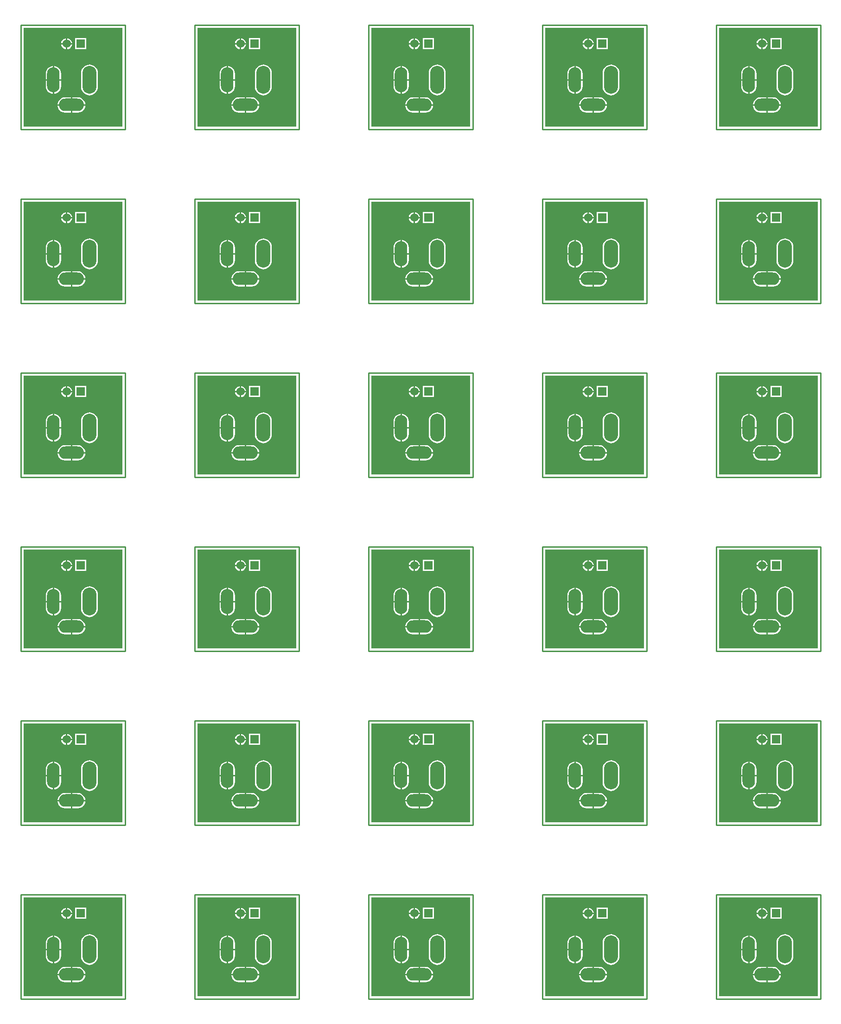
<source format=gbl>
G04*
G04 #@! TF.GenerationSoftware,Altium Limited,Altium Designer,20.0.13 (296)*
G04*
G04 Layer_Physical_Order=2*
G04 Layer_Color=16711680*
%FSLAX25Y25*%
%MOIN*%
G70*
G01*
G75*
%ADD12C,0.01000*%
%ADD13R,0.06000X0.06000*%
%ADD14C,0.06000*%
%ADD15O,0.09000X0.18000*%
%ADD16O,0.18000X0.09000*%
%ADD17O,0.10000X0.20000*%
G36*
X572961Y627039D02*
X502039D01*
Y697961D01*
X572961D01*
Y627039D01*
D02*
G37*
G36*
X447961D02*
X377039D01*
Y697961D01*
X447961D01*
Y627039D01*
D02*
G37*
G36*
X322961D02*
X252039D01*
Y697961D01*
X322961D01*
Y627039D01*
D02*
G37*
G36*
X197961D02*
X127039D01*
Y697961D01*
X197961D01*
Y627039D01*
D02*
G37*
G36*
X72961D02*
X2039D01*
Y697961D01*
X72961D01*
Y627039D01*
D02*
G37*
G36*
X572961Y502039D02*
X502039D01*
Y572961D01*
X572961D01*
Y502039D01*
D02*
G37*
G36*
X447961D02*
X377039D01*
Y572961D01*
X447961D01*
Y502039D01*
D02*
G37*
G36*
X322961D02*
X252039D01*
Y572961D01*
X322961D01*
Y502039D01*
D02*
G37*
G36*
X197961D02*
X127039D01*
Y572961D01*
X197961D01*
Y502039D01*
D02*
G37*
G36*
X72961D02*
X2039D01*
Y572961D01*
X72961D01*
Y502039D01*
D02*
G37*
G36*
X572961Y377039D02*
X502039D01*
Y447961D01*
X572961D01*
Y377039D01*
D02*
G37*
G36*
X447961D02*
X377039D01*
Y447961D01*
X447961D01*
Y377039D01*
D02*
G37*
G36*
X322961D02*
X252039D01*
Y447961D01*
X322961D01*
Y377039D01*
D02*
G37*
G36*
X197961D02*
X127039D01*
Y447961D01*
X197961D01*
Y377039D01*
D02*
G37*
G36*
X72961D02*
X2039D01*
Y447961D01*
X72961D01*
Y377039D01*
D02*
G37*
G36*
X572961Y252039D02*
X502039D01*
Y322961D01*
X572961D01*
Y252039D01*
D02*
G37*
G36*
X447961D02*
X377039D01*
Y322961D01*
X447961D01*
Y252039D01*
D02*
G37*
G36*
X322961D02*
X252039D01*
Y322961D01*
X322961D01*
Y252039D01*
D02*
G37*
G36*
X197961D02*
X127039D01*
Y322961D01*
X197961D01*
Y252039D01*
D02*
G37*
G36*
X72961D02*
X2039D01*
Y322961D01*
X72961D01*
Y252039D01*
D02*
G37*
G36*
X572961Y127039D02*
X502039D01*
Y197961D01*
X572961D01*
Y127039D01*
D02*
G37*
G36*
X447961D02*
X377039D01*
Y197961D01*
X447961D01*
Y127039D01*
D02*
G37*
G36*
X322961D02*
X252039D01*
Y197961D01*
X322961D01*
Y127039D01*
D02*
G37*
G36*
X197961D02*
X127039D01*
Y197961D01*
X197961D01*
Y127039D01*
D02*
G37*
G36*
X72961D02*
X2039D01*
Y197961D01*
X72961D01*
Y127039D01*
D02*
G37*
G36*
X572961Y2039D02*
X502039D01*
Y72961D01*
X572961D01*
Y2039D01*
D02*
G37*
G36*
X447961D02*
X377039D01*
Y72961D01*
X447961D01*
Y2039D01*
D02*
G37*
G36*
X322961D02*
X252039D01*
Y72961D01*
X322961D01*
Y2039D01*
D02*
G37*
G36*
X197961D02*
X127039D01*
Y72961D01*
X197961D01*
Y2039D01*
D02*
G37*
G36*
X72961D02*
X2039D01*
Y72961D01*
X72961D01*
Y2039D01*
D02*
G37*
%LPC*%
G36*
X533500Y690469D02*
Y687000D01*
X536969D01*
X536897Y687544D01*
X536494Y688517D01*
X535853Y689353D01*
X535017Y689994D01*
X534044Y690397D01*
X533500Y690469D01*
D02*
G37*
G36*
X532500D02*
X531956Y690397D01*
X530983Y689994D01*
X530147Y689353D01*
X529506Y688517D01*
X529103Y687544D01*
X529031Y687000D01*
X532500D01*
Y690469D01*
D02*
G37*
G36*
X536969Y686000D02*
X533500D01*
Y682531D01*
X534044Y682603D01*
X535017Y683006D01*
X535853Y683647D01*
X536494Y684483D01*
X536897Y685456D01*
X536969Y686000D01*
D02*
G37*
G36*
X532500D02*
X529031D01*
X529103Y685456D01*
X529506Y684483D01*
X530147Y683647D01*
X530983Y683006D01*
X531956Y682603D01*
X532500Y682531D01*
Y686000D01*
D02*
G37*
G36*
X547000Y690500D02*
X539000D01*
Y682500D01*
X547000D01*
Y690500D01*
D02*
G37*
G36*
X524000Y670482D02*
Y661000D01*
X529047D01*
Y665000D01*
X528858Y666436D01*
X528304Y667774D01*
X527423Y668923D01*
X526274Y669804D01*
X524936Y670358D01*
X524000Y670482D01*
D02*
G37*
G36*
X523000D02*
X522064Y670358D01*
X520726Y669804D01*
X519577Y668923D01*
X518696Y667774D01*
X518142Y666436D01*
X517952Y665000D01*
Y661000D01*
X523000D01*
Y670482D01*
D02*
G37*
G36*
X529047Y660000D02*
X524000D01*
Y650518D01*
X524936Y650642D01*
X526274Y651196D01*
X527423Y652077D01*
X528304Y653226D01*
X528858Y654564D01*
X529047Y656000D01*
Y660000D01*
D02*
G37*
G36*
X523000D02*
X517952D01*
Y656000D01*
X518142Y654564D01*
X518696Y653226D01*
X519577Y652077D01*
X520726Y651196D01*
X522064Y650642D01*
X523000Y650518D01*
Y660000D01*
D02*
G37*
G36*
X549500Y671529D02*
X548324Y671413D01*
X547193Y671070D01*
X546150Y670513D01*
X545237Y669763D01*
X544487Y668850D01*
X543930Y667807D01*
X543587Y666676D01*
X543471Y665500D01*
Y655500D01*
X543587Y654324D01*
X543930Y653193D01*
X544487Y652150D01*
X545237Y651237D01*
X546150Y650487D01*
X547193Y649930D01*
X548324Y649587D01*
X549500Y649471D01*
X550676Y649587D01*
X551807Y649930D01*
X552849Y650487D01*
X553763Y651237D01*
X554513Y652150D01*
X555070Y653193D01*
X555413Y654324D01*
X555529Y655500D01*
Y665500D01*
X555413Y666676D01*
X555070Y667807D01*
X554513Y668850D01*
X553763Y669763D01*
X552849Y670513D01*
X551807Y671070D01*
X550676Y671413D01*
X549500Y671529D01*
D02*
G37*
G36*
X541000Y648047D02*
X537000D01*
Y643000D01*
X546482D01*
X546358Y643936D01*
X545804Y645274D01*
X544923Y646423D01*
X543774Y647304D01*
X542436Y647858D01*
X541000Y648047D01*
D02*
G37*
G36*
X536000D02*
X532000D01*
X530564Y647858D01*
X529226Y647304D01*
X528077Y646423D01*
X527196Y645274D01*
X526642Y643936D01*
X526518Y643000D01*
X536000D01*
Y648047D01*
D02*
G37*
G36*
X546482Y642000D02*
X537000D01*
Y636952D01*
X541000D01*
X542436Y637142D01*
X543774Y637696D01*
X544923Y638577D01*
X545804Y639726D01*
X546358Y641064D01*
X546482Y642000D01*
D02*
G37*
G36*
X536000D02*
X526518D01*
X526642Y641064D01*
X527196Y639726D01*
X528077Y638577D01*
X529226Y637696D01*
X530564Y637142D01*
X532000Y636952D01*
X536000D01*
Y642000D01*
D02*
G37*
G36*
X408500Y690469D02*
Y687000D01*
X411969D01*
X411897Y687544D01*
X411494Y688517D01*
X410853Y689353D01*
X410017Y689994D01*
X409044Y690397D01*
X408500Y690469D01*
D02*
G37*
G36*
X407500D02*
X406956Y690397D01*
X405983Y689994D01*
X405147Y689353D01*
X404506Y688517D01*
X404103Y687544D01*
X404031Y687000D01*
X407500D01*
Y690469D01*
D02*
G37*
G36*
X411969Y686000D02*
X408500D01*
Y682531D01*
X409044Y682603D01*
X410017Y683006D01*
X410853Y683647D01*
X411494Y684483D01*
X411897Y685456D01*
X411969Y686000D01*
D02*
G37*
G36*
X407500D02*
X404031D01*
X404103Y685456D01*
X404506Y684483D01*
X405147Y683647D01*
X405983Y683006D01*
X406956Y682603D01*
X407500Y682531D01*
Y686000D01*
D02*
G37*
G36*
X422000Y690500D02*
X414000D01*
Y682500D01*
X422000D01*
Y690500D01*
D02*
G37*
G36*
X399000Y670482D02*
Y661000D01*
X404047D01*
Y665000D01*
X403858Y666436D01*
X403304Y667774D01*
X402423Y668923D01*
X401274Y669804D01*
X399936Y670358D01*
X399000Y670482D01*
D02*
G37*
G36*
X398000D02*
X397064Y670358D01*
X395726Y669804D01*
X394577Y668923D01*
X393696Y667774D01*
X393142Y666436D01*
X392952Y665000D01*
Y661000D01*
X398000D01*
Y670482D01*
D02*
G37*
G36*
X404047Y660000D02*
X399000D01*
Y650518D01*
X399936Y650642D01*
X401274Y651196D01*
X402423Y652077D01*
X403304Y653226D01*
X403858Y654564D01*
X404047Y656000D01*
Y660000D01*
D02*
G37*
G36*
X398000D02*
X392952D01*
Y656000D01*
X393142Y654564D01*
X393696Y653226D01*
X394577Y652077D01*
X395726Y651196D01*
X397064Y650642D01*
X398000Y650518D01*
Y660000D01*
D02*
G37*
G36*
X424500Y671529D02*
X423324Y671413D01*
X422193Y671070D01*
X421150Y670513D01*
X420237Y669763D01*
X419487Y668850D01*
X418930Y667807D01*
X418587Y666676D01*
X418471Y665500D01*
Y655500D01*
X418587Y654324D01*
X418930Y653193D01*
X419487Y652150D01*
X420237Y651237D01*
X421150Y650487D01*
X422193Y649930D01*
X423324Y649587D01*
X424500Y649471D01*
X425676Y649587D01*
X426807Y649930D01*
X427849Y650487D01*
X428763Y651237D01*
X429513Y652150D01*
X430070Y653193D01*
X430413Y654324D01*
X430529Y655500D01*
Y665500D01*
X430413Y666676D01*
X430070Y667807D01*
X429513Y668850D01*
X428763Y669763D01*
X427849Y670513D01*
X426807Y671070D01*
X425676Y671413D01*
X424500Y671529D01*
D02*
G37*
G36*
X416000Y648047D02*
X412000D01*
Y643000D01*
X421482D01*
X421358Y643936D01*
X420804Y645274D01*
X419923Y646423D01*
X418774Y647304D01*
X417436Y647858D01*
X416000Y648047D01*
D02*
G37*
G36*
X411000D02*
X407000D01*
X405564Y647858D01*
X404226Y647304D01*
X403077Y646423D01*
X402196Y645274D01*
X401642Y643936D01*
X401518Y643000D01*
X411000D01*
Y648047D01*
D02*
G37*
G36*
X421482Y642000D02*
X412000D01*
Y636952D01*
X416000D01*
X417436Y637142D01*
X418774Y637696D01*
X419923Y638577D01*
X420804Y639726D01*
X421358Y641064D01*
X421482Y642000D01*
D02*
G37*
G36*
X411000D02*
X401518D01*
X401642Y641064D01*
X402196Y639726D01*
X403077Y638577D01*
X404226Y637696D01*
X405564Y637142D01*
X407000Y636952D01*
X411000D01*
Y642000D01*
D02*
G37*
G36*
X283500Y690469D02*
Y687000D01*
X286969D01*
X286897Y687544D01*
X286494Y688517D01*
X285853Y689353D01*
X285017Y689994D01*
X284044Y690397D01*
X283500Y690469D01*
D02*
G37*
G36*
X282500D02*
X281956Y690397D01*
X280983Y689994D01*
X280147Y689353D01*
X279506Y688517D01*
X279103Y687544D01*
X279031Y687000D01*
X282500D01*
Y690469D01*
D02*
G37*
G36*
X286969Y686000D02*
X283500D01*
Y682531D01*
X284044Y682603D01*
X285017Y683006D01*
X285853Y683647D01*
X286494Y684483D01*
X286897Y685456D01*
X286969Y686000D01*
D02*
G37*
G36*
X282500D02*
X279031D01*
X279103Y685456D01*
X279506Y684483D01*
X280147Y683647D01*
X280983Y683006D01*
X281956Y682603D01*
X282500Y682531D01*
Y686000D01*
D02*
G37*
G36*
X297000Y690500D02*
X289000D01*
Y682500D01*
X297000D01*
Y690500D01*
D02*
G37*
G36*
X274000Y670482D02*
Y661000D01*
X279047D01*
Y665000D01*
X278858Y666436D01*
X278304Y667774D01*
X277423Y668923D01*
X276274Y669804D01*
X274936Y670358D01*
X274000Y670482D01*
D02*
G37*
G36*
X273000D02*
X272064Y670358D01*
X270726Y669804D01*
X269577Y668923D01*
X268696Y667774D01*
X268142Y666436D01*
X267952Y665000D01*
Y661000D01*
X273000D01*
Y670482D01*
D02*
G37*
G36*
X279047Y660000D02*
X274000D01*
Y650518D01*
X274936Y650642D01*
X276274Y651196D01*
X277423Y652077D01*
X278304Y653226D01*
X278858Y654564D01*
X279047Y656000D01*
Y660000D01*
D02*
G37*
G36*
X273000D02*
X267952D01*
Y656000D01*
X268142Y654564D01*
X268696Y653226D01*
X269577Y652077D01*
X270726Y651196D01*
X272064Y650642D01*
X273000Y650518D01*
Y660000D01*
D02*
G37*
G36*
X299500Y671529D02*
X298324Y671413D01*
X297193Y671070D01*
X296150Y670513D01*
X295237Y669763D01*
X294487Y668850D01*
X293930Y667807D01*
X293587Y666676D01*
X293471Y665500D01*
Y655500D01*
X293587Y654324D01*
X293930Y653193D01*
X294487Y652150D01*
X295237Y651237D01*
X296150Y650487D01*
X297193Y649930D01*
X298324Y649587D01*
X299500Y649471D01*
X300676Y649587D01*
X301807Y649930D01*
X302850Y650487D01*
X303763Y651237D01*
X304513Y652150D01*
X305070Y653193D01*
X305413Y654324D01*
X305529Y655500D01*
Y665500D01*
X305413Y666676D01*
X305070Y667807D01*
X304513Y668850D01*
X303763Y669763D01*
X302850Y670513D01*
X301807Y671070D01*
X300676Y671413D01*
X299500Y671529D01*
D02*
G37*
G36*
X291000Y648047D02*
X287000D01*
Y643000D01*
X296482D01*
X296358Y643936D01*
X295804Y645274D01*
X294923Y646423D01*
X293774Y647304D01*
X292436Y647858D01*
X291000Y648047D01*
D02*
G37*
G36*
X286000D02*
X282000D01*
X280564Y647858D01*
X279226Y647304D01*
X278077Y646423D01*
X277196Y645274D01*
X276642Y643936D01*
X276518Y643000D01*
X286000D01*
Y648047D01*
D02*
G37*
G36*
X296482Y642000D02*
X287000D01*
Y636952D01*
X291000D01*
X292436Y637142D01*
X293774Y637696D01*
X294923Y638577D01*
X295804Y639726D01*
X296358Y641064D01*
X296482Y642000D01*
D02*
G37*
G36*
X286000D02*
X276518D01*
X276642Y641064D01*
X277196Y639726D01*
X278077Y638577D01*
X279226Y637696D01*
X280564Y637142D01*
X282000Y636952D01*
X286000D01*
Y642000D01*
D02*
G37*
G36*
X158500Y690469D02*
Y687000D01*
X161969D01*
X161897Y687544D01*
X161494Y688517D01*
X160853Y689353D01*
X160017Y689994D01*
X159044Y690397D01*
X158500Y690469D01*
D02*
G37*
G36*
X157500D02*
X156956Y690397D01*
X155983Y689994D01*
X155147Y689353D01*
X154506Y688517D01*
X154103Y687544D01*
X154031Y687000D01*
X157500D01*
Y690469D01*
D02*
G37*
G36*
X161969Y686000D02*
X158500D01*
Y682531D01*
X159044Y682603D01*
X160017Y683006D01*
X160853Y683647D01*
X161494Y684483D01*
X161897Y685456D01*
X161969Y686000D01*
D02*
G37*
G36*
X157500D02*
X154031D01*
X154103Y685456D01*
X154506Y684483D01*
X155147Y683647D01*
X155983Y683006D01*
X156956Y682603D01*
X157500Y682531D01*
Y686000D01*
D02*
G37*
G36*
X172000Y690500D02*
X164000D01*
Y682500D01*
X172000D01*
Y690500D01*
D02*
G37*
G36*
X149000Y670482D02*
Y661000D01*
X154048D01*
Y665000D01*
X153858Y666436D01*
X153304Y667774D01*
X152423Y668923D01*
X151274Y669804D01*
X149936Y670358D01*
X149000Y670482D01*
D02*
G37*
G36*
X148000D02*
X147064Y670358D01*
X145726Y669804D01*
X144577Y668923D01*
X143696Y667774D01*
X143142Y666436D01*
X142953Y665000D01*
Y661000D01*
X148000D01*
Y670482D01*
D02*
G37*
G36*
X154048Y660000D02*
X149000D01*
Y650518D01*
X149936Y650642D01*
X151274Y651196D01*
X152423Y652077D01*
X153304Y653226D01*
X153858Y654564D01*
X154048Y656000D01*
Y660000D01*
D02*
G37*
G36*
X148000D02*
X142953D01*
Y656000D01*
X143142Y654564D01*
X143696Y653226D01*
X144577Y652077D01*
X145726Y651196D01*
X147064Y650642D01*
X148000Y650518D01*
Y660000D01*
D02*
G37*
G36*
X174500Y671529D02*
X173324Y671413D01*
X172193Y671070D01*
X171151Y670513D01*
X170237Y669763D01*
X169487Y668850D01*
X168930Y667807D01*
X168587Y666676D01*
X168471Y665500D01*
Y655500D01*
X168587Y654324D01*
X168930Y653193D01*
X169487Y652150D01*
X170237Y651237D01*
X171151Y650487D01*
X172193Y649930D01*
X173324Y649587D01*
X174500Y649471D01*
X175676Y649587D01*
X176807Y649930D01*
X177849Y650487D01*
X178763Y651237D01*
X179513Y652150D01*
X180070Y653193D01*
X180413Y654324D01*
X180529Y655500D01*
Y665500D01*
X180413Y666676D01*
X180070Y667807D01*
X179513Y668850D01*
X178763Y669763D01*
X177849Y670513D01*
X176807Y671070D01*
X175676Y671413D01*
X174500Y671529D01*
D02*
G37*
G36*
X166000Y648047D02*
X162000D01*
Y643000D01*
X171482D01*
X171358Y643936D01*
X170804Y645274D01*
X169923Y646423D01*
X168774Y647304D01*
X167436Y647858D01*
X166000Y648047D01*
D02*
G37*
G36*
X161000D02*
X157000D01*
X155564Y647858D01*
X154226Y647304D01*
X153077Y646423D01*
X152196Y645274D01*
X151642Y643936D01*
X151518Y643000D01*
X161000D01*
Y648047D01*
D02*
G37*
G36*
X171482Y642000D02*
X162000D01*
Y636952D01*
X166000D01*
X167436Y637142D01*
X168774Y637696D01*
X169923Y638577D01*
X170804Y639726D01*
X171358Y641064D01*
X171482Y642000D01*
D02*
G37*
G36*
X161000D02*
X151518D01*
X151642Y641064D01*
X152196Y639726D01*
X153077Y638577D01*
X154226Y637696D01*
X155564Y637142D01*
X157000Y636952D01*
X161000D01*
Y642000D01*
D02*
G37*
G36*
X33500Y690469D02*
Y687000D01*
X36969D01*
X36897Y687544D01*
X36494Y688517D01*
X35853Y689353D01*
X35017Y689994D01*
X34044Y690397D01*
X33500Y690469D01*
D02*
G37*
G36*
X32500D02*
X31956Y690397D01*
X30983Y689994D01*
X30147Y689353D01*
X29506Y688517D01*
X29103Y687544D01*
X29031Y687000D01*
X32500D01*
Y690469D01*
D02*
G37*
G36*
X36969Y686000D02*
X33500D01*
Y682531D01*
X34044Y682603D01*
X35017Y683006D01*
X35853Y683647D01*
X36494Y684483D01*
X36897Y685456D01*
X36969Y686000D01*
D02*
G37*
G36*
X32500D02*
X29031D01*
X29103Y685456D01*
X29506Y684483D01*
X30147Y683647D01*
X30983Y683006D01*
X31956Y682603D01*
X32500Y682531D01*
Y686000D01*
D02*
G37*
G36*
X47000Y690500D02*
X39000D01*
Y682500D01*
X47000D01*
Y690500D01*
D02*
G37*
G36*
X24000Y670482D02*
Y661000D01*
X29048D01*
Y665000D01*
X28858Y666436D01*
X28304Y667774D01*
X27423Y668923D01*
X26274Y669804D01*
X24936Y670358D01*
X24000Y670482D01*
D02*
G37*
G36*
X23000D02*
X22064Y670358D01*
X20726Y669804D01*
X19577Y668923D01*
X18696Y667774D01*
X18142Y666436D01*
X17953Y665000D01*
Y661000D01*
X23000D01*
Y670482D01*
D02*
G37*
G36*
X29048Y660000D02*
X24000D01*
Y650518D01*
X24936Y650642D01*
X26274Y651196D01*
X27423Y652077D01*
X28304Y653226D01*
X28858Y654564D01*
X29048Y656000D01*
Y660000D01*
D02*
G37*
G36*
X23000D02*
X17953D01*
Y656000D01*
X18142Y654564D01*
X18696Y653226D01*
X19577Y652077D01*
X20726Y651196D01*
X22064Y650642D01*
X23000Y650518D01*
Y660000D01*
D02*
G37*
G36*
X49500Y671529D02*
X48324Y671413D01*
X47193Y671070D01*
X46150Y670513D01*
X45237Y669763D01*
X44487Y668850D01*
X43930Y667807D01*
X43587Y666676D01*
X43471Y665500D01*
Y655500D01*
X43587Y654324D01*
X43930Y653193D01*
X44487Y652150D01*
X45237Y651237D01*
X46150Y650487D01*
X47193Y649930D01*
X48324Y649587D01*
X49500Y649471D01*
X50676Y649587D01*
X51807Y649930D01*
X52850Y650487D01*
X53763Y651237D01*
X54513Y652150D01*
X55070Y653193D01*
X55413Y654324D01*
X55529Y655500D01*
Y665500D01*
X55413Y666676D01*
X55070Y667807D01*
X54513Y668850D01*
X53763Y669763D01*
X52850Y670513D01*
X51807Y671070D01*
X50676Y671413D01*
X49500Y671529D01*
D02*
G37*
G36*
X41000Y648047D02*
X37000D01*
Y643000D01*
X46482D01*
X46358Y643936D01*
X45804Y645274D01*
X44923Y646423D01*
X43774Y647304D01*
X42436Y647858D01*
X41000Y648047D01*
D02*
G37*
G36*
X36000D02*
X32000D01*
X30564Y647858D01*
X29226Y647304D01*
X28077Y646423D01*
X27196Y645274D01*
X26642Y643936D01*
X26518Y643000D01*
X36000D01*
Y648047D01*
D02*
G37*
G36*
X46482Y642000D02*
X37000D01*
Y636952D01*
X41000D01*
X42436Y637142D01*
X43774Y637696D01*
X44923Y638577D01*
X45804Y639726D01*
X46358Y641064D01*
X46482Y642000D01*
D02*
G37*
G36*
X36000D02*
X26518D01*
X26642Y641064D01*
X27196Y639726D01*
X28077Y638577D01*
X29226Y637696D01*
X30564Y637142D01*
X32000Y636952D01*
X36000D01*
Y642000D01*
D02*
G37*
G36*
X533500Y565469D02*
Y562000D01*
X536969D01*
X536897Y562544D01*
X536494Y563517D01*
X535853Y564353D01*
X535017Y564994D01*
X534044Y565397D01*
X533500Y565469D01*
D02*
G37*
G36*
X532500D02*
X531956Y565397D01*
X530983Y564994D01*
X530147Y564353D01*
X529506Y563517D01*
X529103Y562544D01*
X529031Y562000D01*
X532500D01*
Y565469D01*
D02*
G37*
G36*
X536969Y561000D02*
X533500D01*
Y557531D01*
X534044Y557603D01*
X535017Y558006D01*
X535853Y558647D01*
X536494Y559483D01*
X536897Y560456D01*
X536969Y561000D01*
D02*
G37*
G36*
X532500D02*
X529031D01*
X529103Y560456D01*
X529506Y559483D01*
X530147Y558647D01*
X530983Y558006D01*
X531956Y557603D01*
X532500Y557531D01*
Y561000D01*
D02*
G37*
G36*
X547000Y565500D02*
X539000D01*
Y557500D01*
X547000D01*
Y565500D01*
D02*
G37*
G36*
X524000Y545482D02*
Y536000D01*
X529047D01*
Y540000D01*
X528858Y541436D01*
X528304Y542774D01*
X527423Y543923D01*
X526274Y544804D01*
X524936Y545358D01*
X524000Y545482D01*
D02*
G37*
G36*
X523000D02*
X522064Y545358D01*
X520726Y544804D01*
X519577Y543923D01*
X518696Y542774D01*
X518142Y541436D01*
X517952Y540000D01*
Y536000D01*
X523000D01*
Y545482D01*
D02*
G37*
G36*
X529047Y535000D02*
X524000D01*
Y525518D01*
X524936Y525642D01*
X526274Y526196D01*
X527423Y527077D01*
X528304Y528226D01*
X528858Y529564D01*
X529047Y531000D01*
Y535000D01*
D02*
G37*
G36*
X523000D02*
X517952D01*
Y531000D01*
X518142Y529564D01*
X518696Y528226D01*
X519577Y527077D01*
X520726Y526196D01*
X522064Y525642D01*
X523000Y525518D01*
Y535000D01*
D02*
G37*
G36*
X549500Y546529D02*
X548324Y546413D01*
X547193Y546070D01*
X546150Y545513D01*
X545237Y544763D01*
X544487Y543850D01*
X543930Y542807D01*
X543587Y541676D01*
X543471Y540500D01*
Y530500D01*
X543587Y529324D01*
X543930Y528193D01*
X544487Y527150D01*
X545237Y526237D01*
X546150Y525487D01*
X547193Y524930D01*
X548324Y524587D01*
X549500Y524471D01*
X550676Y524587D01*
X551807Y524930D01*
X552849Y525487D01*
X553763Y526237D01*
X554513Y527150D01*
X555070Y528193D01*
X555413Y529324D01*
X555529Y530500D01*
Y540500D01*
X555413Y541676D01*
X555070Y542807D01*
X554513Y543850D01*
X553763Y544763D01*
X552849Y545513D01*
X551807Y546070D01*
X550676Y546413D01*
X549500Y546529D01*
D02*
G37*
G36*
X541000Y523047D02*
X537000D01*
Y518000D01*
X546482D01*
X546358Y518936D01*
X545804Y520274D01*
X544923Y521423D01*
X543774Y522304D01*
X542436Y522858D01*
X541000Y523047D01*
D02*
G37*
G36*
X536000D02*
X532000D01*
X530564Y522858D01*
X529226Y522304D01*
X528077Y521423D01*
X527196Y520274D01*
X526642Y518936D01*
X526518Y518000D01*
X536000D01*
Y523047D01*
D02*
G37*
G36*
X546482Y517000D02*
X537000D01*
Y511952D01*
X541000D01*
X542436Y512142D01*
X543774Y512696D01*
X544923Y513577D01*
X545804Y514726D01*
X546358Y516064D01*
X546482Y517000D01*
D02*
G37*
G36*
X536000D02*
X526518D01*
X526642Y516064D01*
X527196Y514726D01*
X528077Y513577D01*
X529226Y512696D01*
X530564Y512142D01*
X532000Y511952D01*
X536000D01*
Y517000D01*
D02*
G37*
G36*
X408500Y565469D02*
Y562000D01*
X411969D01*
X411897Y562544D01*
X411494Y563517D01*
X410853Y564353D01*
X410017Y564994D01*
X409044Y565397D01*
X408500Y565469D01*
D02*
G37*
G36*
X407500D02*
X406956Y565397D01*
X405983Y564994D01*
X405147Y564353D01*
X404506Y563517D01*
X404103Y562544D01*
X404031Y562000D01*
X407500D01*
Y565469D01*
D02*
G37*
G36*
X411969Y561000D02*
X408500D01*
Y557531D01*
X409044Y557603D01*
X410017Y558006D01*
X410853Y558647D01*
X411494Y559483D01*
X411897Y560456D01*
X411969Y561000D01*
D02*
G37*
G36*
X407500D02*
X404031D01*
X404103Y560456D01*
X404506Y559483D01*
X405147Y558647D01*
X405983Y558006D01*
X406956Y557603D01*
X407500Y557531D01*
Y561000D01*
D02*
G37*
G36*
X422000Y565500D02*
X414000D01*
Y557500D01*
X422000D01*
Y565500D01*
D02*
G37*
G36*
X399000Y545482D02*
Y536000D01*
X404047D01*
Y540000D01*
X403858Y541436D01*
X403304Y542774D01*
X402423Y543923D01*
X401274Y544804D01*
X399936Y545358D01*
X399000Y545482D01*
D02*
G37*
G36*
X398000D02*
X397064Y545358D01*
X395726Y544804D01*
X394577Y543923D01*
X393696Y542774D01*
X393142Y541436D01*
X392952Y540000D01*
Y536000D01*
X398000D01*
Y545482D01*
D02*
G37*
G36*
X404047Y535000D02*
X399000D01*
Y525518D01*
X399936Y525642D01*
X401274Y526196D01*
X402423Y527077D01*
X403304Y528226D01*
X403858Y529564D01*
X404047Y531000D01*
Y535000D01*
D02*
G37*
G36*
X398000D02*
X392952D01*
Y531000D01*
X393142Y529564D01*
X393696Y528226D01*
X394577Y527077D01*
X395726Y526196D01*
X397064Y525642D01*
X398000Y525518D01*
Y535000D01*
D02*
G37*
G36*
X424500Y546529D02*
X423324Y546413D01*
X422193Y546070D01*
X421150Y545513D01*
X420237Y544763D01*
X419487Y543850D01*
X418930Y542807D01*
X418587Y541676D01*
X418471Y540500D01*
Y530500D01*
X418587Y529324D01*
X418930Y528193D01*
X419487Y527150D01*
X420237Y526237D01*
X421150Y525487D01*
X422193Y524930D01*
X423324Y524587D01*
X424500Y524471D01*
X425676Y524587D01*
X426807Y524930D01*
X427849Y525487D01*
X428763Y526237D01*
X429513Y527150D01*
X430070Y528193D01*
X430413Y529324D01*
X430529Y530500D01*
Y540500D01*
X430413Y541676D01*
X430070Y542807D01*
X429513Y543850D01*
X428763Y544763D01*
X427849Y545513D01*
X426807Y546070D01*
X425676Y546413D01*
X424500Y546529D01*
D02*
G37*
G36*
X416000Y523047D02*
X412000D01*
Y518000D01*
X421482D01*
X421358Y518936D01*
X420804Y520274D01*
X419923Y521423D01*
X418774Y522304D01*
X417436Y522858D01*
X416000Y523047D01*
D02*
G37*
G36*
X411000D02*
X407000D01*
X405564Y522858D01*
X404226Y522304D01*
X403077Y521423D01*
X402196Y520274D01*
X401642Y518936D01*
X401518Y518000D01*
X411000D01*
Y523047D01*
D02*
G37*
G36*
X421482Y517000D02*
X412000D01*
Y511952D01*
X416000D01*
X417436Y512142D01*
X418774Y512696D01*
X419923Y513577D01*
X420804Y514726D01*
X421358Y516064D01*
X421482Y517000D01*
D02*
G37*
G36*
X411000D02*
X401518D01*
X401642Y516064D01*
X402196Y514726D01*
X403077Y513577D01*
X404226Y512696D01*
X405564Y512142D01*
X407000Y511952D01*
X411000D01*
Y517000D01*
D02*
G37*
G36*
X283500Y565469D02*
Y562000D01*
X286969D01*
X286897Y562544D01*
X286494Y563517D01*
X285853Y564353D01*
X285017Y564994D01*
X284044Y565397D01*
X283500Y565469D01*
D02*
G37*
G36*
X282500D02*
X281956Y565397D01*
X280983Y564994D01*
X280147Y564353D01*
X279506Y563517D01*
X279103Y562544D01*
X279031Y562000D01*
X282500D01*
Y565469D01*
D02*
G37*
G36*
X286969Y561000D02*
X283500D01*
Y557531D01*
X284044Y557603D01*
X285017Y558006D01*
X285853Y558647D01*
X286494Y559483D01*
X286897Y560456D01*
X286969Y561000D01*
D02*
G37*
G36*
X282500D02*
X279031D01*
X279103Y560456D01*
X279506Y559483D01*
X280147Y558647D01*
X280983Y558006D01*
X281956Y557603D01*
X282500Y557531D01*
Y561000D01*
D02*
G37*
G36*
X297000Y565500D02*
X289000D01*
Y557500D01*
X297000D01*
Y565500D01*
D02*
G37*
G36*
X274000Y545482D02*
Y536000D01*
X279047D01*
Y540000D01*
X278858Y541436D01*
X278304Y542774D01*
X277423Y543923D01*
X276274Y544804D01*
X274936Y545358D01*
X274000Y545482D01*
D02*
G37*
G36*
X273000D02*
X272064Y545358D01*
X270726Y544804D01*
X269577Y543923D01*
X268696Y542774D01*
X268142Y541436D01*
X267952Y540000D01*
Y536000D01*
X273000D01*
Y545482D01*
D02*
G37*
G36*
X279047Y535000D02*
X274000D01*
Y525518D01*
X274936Y525642D01*
X276274Y526196D01*
X277423Y527077D01*
X278304Y528226D01*
X278858Y529564D01*
X279047Y531000D01*
Y535000D01*
D02*
G37*
G36*
X273000D02*
X267952D01*
Y531000D01*
X268142Y529564D01*
X268696Y528226D01*
X269577Y527077D01*
X270726Y526196D01*
X272064Y525642D01*
X273000Y525518D01*
Y535000D01*
D02*
G37*
G36*
X299500Y546529D02*
X298324Y546413D01*
X297193Y546070D01*
X296150Y545513D01*
X295237Y544763D01*
X294487Y543850D01*
X293930Y542807D01*
X293587Y541676D01*
X293471Y540500D01*
Y530500D01*
X293587Y529324D01*
X293930Y528193D01*
X294487Y527150D01*
X295237Y526237D01*
X296150Y525487D01*
X297193Y524930D01*
X298324Y524587D01*
X299500Y524471D01*
X300676Y524587D01*
X301807Y524930D01*
X302850Y525487D01*
X303763Y526237D01*
X304513Y527150D01*
X305070Y528193D01*
X305413Y529324D01*
X305529Y530500D01*
Y540500D01*
X305413Y541676D01*
X305070Y542807D01*
X304513Y543850D01*
X303763Y544763D01*
X302850Y545513D01*
X301807Y546070D01*
X300676Y546413D01*
X299500Y546529D01*
D02*
G37*
G36*
X291000Y523047D02*
X287000D01*
Y518000D01*
X296482D01*
X296358Y518936D01*
X295804Y520274D01*
X294923Y521423D01*
X293774Y522304D01*
X292436Y522858D01*
X291000Y523047D01*
D02*
G37*
G36*
X286000D02*
X282000D01*
X280564Y522858D01*
X279226Y522304D01*
X278077Y521423D01*
X277196Y520274D01*
X276642Y518936D01*
X276518Y518000D01*
X286000D01*
Y523047D01*
D02*
G37*
G36*
X296482Y517000D02*
X287000D01*
Y511952D01*
X291000D01*
X292436Y512142D01*
X293774Y512696D01*
X294923Y513577D01*
X295804Y514726D01*
X296358Y516064D01*
X296482Y517000D01*
D02*
G37*
G36*
X286000D02*
X276518D01*
X276642Y516064D01*
X277196Y514726D01*
X278077Y513577D01*
X279226Y512696D01*
X280564Y512142D01*
X282000Y511952D01*
X286000D01*
Y517000D01*
D02*
G37*
G36*
X158500Y565469D02*
Y562000D01*
X161969D01*
X161897Y562544D01*
X161494Y563517D01*
X160853Y564353D01*
X160017Y564994D01*
X159044Y565397D01*
X158500Y565469D01*
D02*
G37*
G36*
X157500D02*
X156956Y565397D01*
X155983Y564994D01*
X155147Y564353D01*
X154506Y563517D01*
X154103Y562544D01*
X154031Y562000D01*
X157500D01*
Y565469D01*
D02*
G37*
G36*
X161969Y561000D02*
X158500D01*
Y557531D01*
X159044Y557603D01*
X160017Y558006D01*
X160853Y558647D01*
X161494Y559483D01*
X161897Y560456D01*
X161969Y561000D01*
D02*
G37*
G36*
X157500D02*
X154031D01*
X154103Y560456D01*
X154506Y559483D01*
X155147Y558647D01*
X155983Y558006D01*
X156956Y557603D01*
X157500Y557531D01*
Y561000D01*
D02*
G37*
G36*
X172000Y565500D02*
X164000D01*
Y557500D01*
X172000D01*
Y565500D01*
D02*
G37*
G36*
X149000Y545482D02*
Y536000D01*
X154048D01*
Y540000D01*
X153858Y541436D01*
X153304Y542774D01*
X152423Y543923D01*
X151274Y544804D01*
X149936Y545358D01*
X149000Y545482D01*
D02*
G37*
G36*
X148000D02*
X147064Y545358D01*
X145726Y544804D01*
X144577Y543923D01*
X143696Y542774D01*
X143142Y541436D01*
X142953Y540000D01*
Y536000D01*
X148000D01*
Y545482D01*
D02*
G37*
G36*
X154048Y535000D02*
X149000D01*
Y525518D01*
X149936Y525642D01*
X151274Y526196D01*
X152423Y527077D01*
X153304Y528226D01*
X153858Y529564D01*
X154048Y531000D01*
Y535000D01*
D02*
G37*
G36*
X148000D02*
X142953D01*
Y531000D01*
X143142Y529564D01*
X143696Y528226D01*
X144577Y527077D01*
X145726Y526196D01*
X147064Y525642D01*
X148000Y525518D01*
Y535000D01*
D02*
G37*
G36*
X174500Y546529D02*
X173324Y546413D01*
X172193Y546070D01*
X171151Y545513D01*
X170237Y544763D01*
X169487Y543850D01*
X168930Y542807D01*
X168587Y541676D01*
X168471Y540500D01*
Y530500D01*
X168587Y529324D01*
X168930Y528193D01*
X169487Y527150D01*
X170237Y526237D01*
X171151Y525487D01*
X172193Y524930D01*
X173324Y524587D01*
X174500Y524471D01*
X175676Y524587D01*
X176807Y524930D01*
X177849Y525487D01*
X178763Y526237D01*
X179513Y527150D01*
X180070Y528193D01*
X180413Y529324D01*
X180529Y530500D01*
Y540500D01*
X180413Y541676D01*
X180070Y542807D01*
X179513Y543850D01*
X178763Y544763D01*
X177849Y545513D01*
X176807Y546070D01*
X175676Y546413D01*
X174500Y546529D01*
D02*
G37*
G36*
X166000Y523047D02*
X162000D01*
Y518000D01*
X171482D01*
X171358Y518936D01*
X170804Y520274D01*
X169923Y521423D01*
X168774Y522304D01*
X167436Y522858D01*
X166000Y523047D01*
D02*
G37*
G36*
X161000D02*
X157000D01*
X155564Y522858D01*
X154226Y522304D01*
X153077Y521423D01*
X152196Y520274D01*
X151642Y518936D01*
X151518Y518000D01*
X161000D01*
Y523047D01*
D02*
G37*
G36*
X171482Y517000D02*
X162000D01*
Y511952D01*
X166000D01*
X167436Y512142D01*
X168774Y512696D01*
X169923Y513577D01*
X170804Y514726D01*
X171358Y516064D01*
X171482Y517000D01*
D02*
G37*
G36*
X161000D02*
X151518D01*
X151642Y516064D01*
X152196Y514726D01*
X153077Y513577D01*
X154226Y512696D01*
X155564Y512142D01*
X157000Y511952D01*
X161000D01*
Y517000D01*
D02*
G37*
G36*
X33500Y565469D02*
Y562000D01*
X36969D01*
X36897Y562544D01*
X36494Y563517D01*
X35853Y564353D01*
X35017Y564994D01*
X34044Y565397D01*
X33500Y565469D01*
D02*
G37*
G36*
X32500D02*
X31956Y565397D01*
X30983Y564994D01*
X30147Y564353D01*
X29506Y563517D01*
X29103Y562544D01*
X29031Y562000D01*
X32500D01*
Y565469D01*
D02*
G37*
G36*
X36969Y561000D02*
X33500D01*
Y557531D01*
X34044Y557603D01*
X35017Y558006D01*
X35853Y558647D01*
X36494Y559483D01*
X36897Y560456D01*
X36969Y561000D01*
D02*
G37*
G36*
X32500D02*
X29031D01*
X29103Y560456D01*
X29506Y559483D01*
X30147Y558647D01*
X30983Y558006D01*
X31956Y557603D01*
X32500Y557531D01*
Y561000D01*
D02*
G37*
G36*
X47000Y565500D02*
X39000D01*
Y557500D01*
X47000D01*
Y565500D01*
D02*
G37*
G36*
X24000Y545482D02*
Y536000D01*
X29048D01*
Y540000D01*
X28858Y541436D01*
X28304Y542774D01*
X27423Y543923D01*
X26274Y544804D01*
X24936Y545358D01*
X24000Y545482D01*
D02*
G37*
G36*
X23000D02*
X22064Y545358D01*
X20726Y544804D01*
X19577Y543923D01*
X18696Y542774D01*
X18142Y541436D01*
X17953Y540000D01*
Y536000D01*
X23000D01*
Y545482D01*
D02*
G37*
G36*
X29048Y535000D02*
X24000D01*
Y525518D01*
X24936Y525642D01*
X26274Y526196D01*
X27423Y527077D01*
X28304Y528226D01*
X28858Y529564D01*
X29048Y531000D01*
Y535000D01*
D02*
G37*
G36*
X23000D02*
X17953D01*
Y531000D01*
X18142Y529564D01*
X18696Y528226D01*
X19577Y527077D01*
X20726Y526196D01*
X22064Y525642D01*
X23000Y525518D01*
Y535000D01*
D02*
G37*
G36*
X49500Y546529D02*
X48324Y546413D01*
X47193Y546070D01*
X46150Y545513D01*
X45237Y544763D01*
X44487Y543850D01*
X43930Y542807D01*
X43587Y541676D01*
X43471Y540500D01*
Y530500D01*
X43587Y529324D01*
X43930Y528193D01*
X44487Y527150D01*
X45237Y526237D01*
X46150Y525487D01*
X47193Y524930D01*
X48324Y524587D01*
X49500Y524471D01*
X50676Y524587D01*
X51807Y524930D01*
X52850Y525487D01*
X53763Y526237D01*
X54513Y527150D01*
X55070Y528193D01*
X55413Y529324D01*
X55529Y530500D01*
Y540500D01*
X55413Y541676D01*
X55070Y542807D01*
X54513Y543850D01*
X53763Y544763D01*
X52850Y545513D01*
X51807Y546070D01*
X50676Y546413D01*
X49500Y546529D01*
D02*
G37*
G36*
X41000Y523047D02*
X37000D01*
Y518000D01*
X46482D01*
X46358Y518936D01*
X45804Y520274D01*
X44923Y521423D01*
X43774Y522304D01*
X42436Y522858D01*
X41000Y523047D01*
D02*
G37*
G36*
X36000D02*
X32000D01*
X30564Y522858D01*
X29226Y522304D01*
X28077Y521423D01*
X27196Y520274D01*
X26642Y518936D01*
X26518Y518000D01*
X36000D01*
Y523047D01*
D02*
G37*
G36*
X46482Y517000D02*
X37000D01*
Y511952D01*
X41000D01*
X42436Y512142D01*
X43774Y512696D01*
X44923Y513577D01*
X45804Y514726D01*
X46358Y516064D01*
X46482Y517000D01*
D02*
G37*
G36*
X36000D02*
X26518D01*
X26642Y516064D01*
X27196Y514726D01*
X28077Y513577D01*
X29226Y512696D01*
X30564Y512142D01*
X32000Y511952D01*
X36000D01*
Y517000D01*
D02*
G37*
G36*
X533500Y440469D02*
Y437000D01*
X536969D01*
X536897Y437544D01*
X536494Y438517D01*
X535853Y439353D01*
X535017Y439994D01*
X534044Y440397D01*
X533500Y440469D01*
D02*
G37*
G36*
X532500D02*
X531956Y440397D01*
X530983Y439994D01*
X530147Y439353D01*
X529506Y438517D01*
X529103Y437544D01*
X529031Y437000D01*
X532500D01*
Y440469D01*
D02*
G37*
G36*
X536969Y436000D02*
X533500D01*
Y432531D01*
X534044Y432603D01*
X535017Y433006D01*
X535853Y433647D01*
X536494Y434483D01*
X536897Y435456D01*
X536969Y436000D01*
D02*
G37*
G36*
X532500D02*
X529031D01*
X529103Y435456D01*
X529506Y434483D01*
X530147Y433647D01*
X530983Y433006D01*
X531956Y432603D01*
X532500Y432531D01*
Y436000D01*
D02*
G37*
G36*
X547000Y440500D02*
X539000D01*
Y432500D01*
X547000D01*
Y440500D01*
D02*
G37*
G36*
X524000Y420482D02*
Y411000D01*
X529047D01*
Y415000D01*
X528858Y416436D01*
X528304Y417774D01*
X527423Y418923D01*
X526274Y419804D01*
X524936Y420358D01*
X524000Y420482D01*
D02*
G37*
G36*
X523000D02*
X522064Y420358D01*
X520726Y419804D01*
X519577Y418923D01*
X518696Y417774D01*
X518142Y416436D01*
X517952Y415000D01*
Y411000D01*
X523000D01*
Y420482D01*
D02*
G37*
G36*
X529047Y410000D02*
X524000D01*
Y400518D01*
X524936Y400642D01*
X526274Y401196D01*
X527423Y402077D01*
X528304Y403226D01*
X528858Y404564D01*
X529047Y406000D01*
Y410000D01*
D02*
G37*
G36*
X523000D02*
X517952D01*
Y406000D01*
X518142Y404564D01*
X518696Y403226D01*
X519577Y402077D01*
X520726Y401196D01*
X522064Y400642D01*
X523000Y400518D01*
Y410000D01*
D02*
G37*
G36*
X549500Y421529D02*
X548324Y421413D01*
X547193Y421070D01*
X546150Y420513D01*
X545237Y419763D01*
X544487Y418850D01*
X543930Y417807D01*
X543587Y416676D01*
X543471Y415500D01*
Y405500D01*
X543587Y404324D01*
X543930Y403193D01*
X544487Y402150D01*
X545237Y401237D01*
X546150Y400487D01*
X547193Y399930D01*
X548324Y399587D01*
X549500Y399471D01*
X550676Y399587D01*
X551807Y399930D01*
X552849Y400487D01*
X553763Y401237D01*
X554513Y402150D01*
X555070Y403193D01*
X555413Y404324D01*
X555529Y405500D01*
Y415500D01*
X555413Y416676D01*
X555070Y417807D01*
X554513Y418850D01*
X553763Y419763D01*
X552849Y420513D01*
X551807Y421070D01*
X550676Y421413D01*
X549500Y421529D01*
D02*
G37*
G36*
X541000Y398047D02*
X537000D01*
Y393000D01*
X546482D01*
X546358Y393936D01*
X545804Y395274D01*
X544923Y396423D01*
X543774Y397304D01*
X542436Y397858D01*
X541000Y398047D01*
D02*
G37*
G36*
X536000D02*
X532000D01*
X530564Y397858D01*
X529226Y397304D01*
X528077Y396423D01*
X527196Y395274D01*
X526642Y393936D01*
X526518Y393000D01*
X536000D01*
Y398047D01*
D02*
G37*
G36*
X546482Y392000D02*
X537000D01*
Y386952D01*
X541000D01*
X542436Y387142D01*
X543774Y387696D01*
X544923Y388577D01*
X545804Y389726D01*
X546358Y391064D01*
X546482Y392000D01*
D02*
G37*
G36*
X536000D02*
X526518D01*
X526642Y391064D01*
X527196Y389726D01*
X528077Y388577D01*
X529226Y387696D01*
X530564Y387142D01*
X532000Y386952D01*
X536000D01*
Y392000D01*
D02*
G37*
G36*
X408500Y440469D02*
Y437000D01*
X411969D01*
X411897Y437544D01*
X411494Y438517D01*
X410853Y439353D01*
X410017Y439994D01*
X409044Y440397D01*
X408500Y440469D01*
D02*
G37*
G36*
X407500D02*
X406956Y440397D01*
X405983Y439994D01*
X405147Y439353D01*
X404506Y438517D01*
X404103Y437544D01*
X404031Y437000D01*
X407500D01*
Y440469D01*
D02*
G37*
G36*
X411969Y436000D02*
X408500D01*
Y432531D01*
X409044Y432603D01*
X410017Y433006D01*
X410853Y433647D01*
X411494Y434483D01*
X411897Y435456D01*
X411969Y436000D01*
D02*
G37*
G36*
X407500D02*
X404031D01*
X404103Y435456D01*
X404506Y434483D01*
X405147Y433647D01*
X405983Y433006D01*
X406956Y432603D01*
X407500Y432531D01*
Y436000D01*
D02*
G37*
G36*
X422000Y440500D02*
X414000D01*
Y432500D01*
X422000D01*
Y440500D01*
D02*
G37*
G36*
X399000Y420482D02*
Y411000D01*
X404047D01*
Y415000D01*
X403858Y416436D01*
X403304Y417774D01*
X402423Y418923D01*
X401274Y419804D01*
X399936Y420358D01*
X399000Y420482D01*
D02*
G37*
G36*
X398000D02*
X397064Y420358D01*
X395726Y419804D01*
X394577Y418923D01*
X393696Y417774D01*
X393142Y416436D01*
X392952Y415000D01*
Y411000D01*
X398000D01*
Y420482D01*
D02*
G37*
G36*
X404047Y410000D02*
X399000D01*
Y400518D01*
X399936Y400642D01*
X401274Y401196D01*
X402423Y402077D01*
X403304Y403226D01*
X403858Y404564D01*
X404047Y406000D01*
Y410000D01*
D02*
G37*
G36*
X398000D02*
X392952D01*
Y406000D01*
X393142Y404564D01*
X393696Y403226D01*
X394577Y402077D01*
X395726Y401196D01*
X397064Y400642D01*
X398000Y400518D01*
Y410000D01*
D02*
G37*
G36*
X424500Y421529D02*
X423324Y421413D01*
X422193Y421070D01*
X421150Y420513D01*
X420237Y419763D01*
X419487Y418850D01*
X418930Y417807D01*
X418587Y416676D01*
X418471Y415500D01*
Y405500D01*
X418587Y404324D01*
X418930Y403193D01*
X419487Y402150D01*
X420237Y401237D01*
X421150Y400487D01*
X422193Y399930D01*
X423324Y399587D01*
X424500Y399471D01*
X425676Y399587D01*
X426807Y399930D01*
X427849Y400487D01*
X428763Y401237D01*
X429513Y402150D01*
X430070Y403193D01*
X430413Y404324D01*
X430529Y405500D01*
Y415500D01*
X430413Y416676D01*
X430070Y417807D01*
X429513Y418850D01*
X428763Y419763D01*
X427849Y420513D01*
X426807Y421070D01*
X425676Y421413D01*
X424500Y421529D01*
D02*
G37*
G36*
X416000Y398047D02*
X412000D01*
Y393000D01*
X421482D01*
X421358Y393936D01*
X420804Y395274D01*
X419923Y396423D01*
X418774Y397304D01*
X417436Y397858D01*
X416000Y398047D01*
D02*
G37*
G36*
X411000D02*
X407000D01*
X405564Y397858D01*
X404226Y397304D01*
X403077Y396423D01*
X402196Y395274D01*
X401642Y393936D01*
X401518Y393000D01*
X411000D01*
Y398047D01*
D02*
G37*
G36*
X421482Y392000D02*
X412000D01*
Y386952D01*
X416000D01*
X417436Y387142D01*
X418774Y387696D01*
X419923Y388577D01*
X420804Y389726D01*
X421358Y391064D01*
X421482Y392000D01*
D02*
G37*
G36*
X411000D02*
X401518D01*
X401642Y391064D01*
X402196Y389726D01*
X403077Y388577D01*
X404226Y387696D01*
X405564Y387142D01*
X407000Y386952D01*
X411000D01*
Y392000D01*
D02*
G37*
G36*
X283500Y440469D02*
Y437000D01*
X286969D01*
X286897Y437544D01*
X286494Y438517D01*
X285853Y439353D01*
X285017Y439994D01*
X284044Y440397D01*
X283500Y440469D01*
D02*
G37*
G36*
X282500D02*
X281956Y440397D01*
X280983Y439994D01*
X280147Y439353D01*
X279506Y438517D01*
X279103Y437544D01*
X279031Y437000D01*
X282500D01*
Y440469D01*
D02*
G37*
G36*
X286969Y436000D02*
X283500D01*
Y432531D01*
X284044Y432603D01*
X285017Y433006D01*
X285853Y433647D01*
X286494Y434483D01*
X286897Y435456D01*
X286969Y436000D01*
D02*
G37*
G36*
X282500D02*
X279031D01*
X279103Y435456D01*
X279506Y434483D01*
X280147Y433647D01*
X280983Y433006D01*
X281956Y432603D01*
X282500Y432531D01*
Y436000D01*
D02*
G37*
G36*
X297000Y440500D02*
X289000D01*
Y432500D01*
X297000D01*
Y440500D01*
D02*
G37*
G36*
X274000Y420482D02*
Y411000D01*
X279047D01*
Y415000D01*
X278858Y416436D01*
X278304Y417774D01*
X277423Y418923D01*
X276274Y419804D01*
X274936Y420358D01*
X274000Y420482D01*
D02*
G37*
G36*
X273000D02*
X272064Y420358D01*
X270726Y419804D01*
X269577Y418923D01*
X268696Y417774D01*
X268142Y416436D01*
X267952Y415000D01*
Y411000D01*
X273000D01*
Y420482D01*
D02*
G37*
G36*
X279047Y410000D02*
X274000D01*
Y400518D01*
X274936Y400642D01*
X276274Y401196D01*
X277423Y402077D01*
X278304Y403226D01*
X278858Y404564D01*
X279047Y406000D01*
Y410000D01*
D02*
G37*
G36*
X273000D02*
X267952D01*
Y406000D01*
X268142Y404564D01*
X268696Y403226D01*
X269577Y402077D01*
X270726Y401196D01*
X272064Y400642D01*
X273000Y400518D01*
Y410000D01*
D02*
G37*
G36*
X299500Y421529D02*
X298324Y421413D01*
X297193Y421070D01*
X296150Y420513D01*
X295237Y419763D01*
X294487Y418850D01*
X293930Y417807D01*
X293587Y416676D01*
X293471Y415500D01*
Y405500D01*
X293587Y404324D01*
X293930Y403193D01*
X294487Y402150D01*
X295237Y401237D01*
X296150Y400487D01*
X297193Y399930D01*
X298324Y399587D01*
X299500Y399471D01*
X300676Y399587D01*
X301807Y399930D01*
X302850Y400487D01*
X303763Y401237D01*
X304513Y402150D01*
X305070Y403193D01*
X305413Y404324D01*
X305529Y405500D01*
Y415500D01*
X305413Y416676D01*
X305070Y417807D01*
X304513Y418850D01*
X303763Y419763D01*
X302850Y420513D01*
X301807Y421070D01*
X300676Y421413D01*
X299500Y421529D01*
D02*
G37*
G36*
X291000Y398047D02*
X287000D01*
Y393000D01*
X296482D01*
X296358Y393936D01*
X295804Y395274D01*
X294923Y396423D01*
X293774Y397304D01*
X292436Y397858D01*
X291000Y398047D01*
D02*
G37*
G36*
X286000D02*
X282000D01*
X280564Y397858D01*
X279226Y397304D01*
X278077Y396423D01*
X277196Y395274D01*
X276642Y393936D01*
X276518Y393000D01*
X286000D01*
Y398047D01*
D02*
G37*
G36*
X296482Y392000D02*
X287000D01*
Y386952D01*
X291000D01*
X292436Y387142D01*
X293774Y387696D01*
X294923Y388577D01*
X295804Y389726D01*
X296358Y391064D01*
X296482Y392000D01*
D02*
G37*
G36*
X286000D02*
X276518D01*
X276642Y391064D01*
X277196Y389726D01*
X278077Y388577D01*
X279226Y387696D01*
X280564Y387142D01*
X282000Y386952D01*
X286000D01*
Y392000D01*
D02*
G37*
G36*
X158500Y440469D02*
Y437000D01*
X161969D01*
X161897Y437544D01*
X161494Y438517D01*
X160853Y439353D01*
X160017Y439994D01*
X159044Y440397D01*
X158500Y440469D01*
D02*
G37*
G36*
X157500D02*
X156956Y440397D01*
X155983Y439994D01*
X155147Y439353D01*
X154506Y438517D01*
X154103Y437544D01*
X154031Y437000D01*
X157500D01*
Y440469D01*
D02*
G37*
G36*
X161969Y436000D02*
X158500D01*
Y432531D01*
X159044Y432603D01*
X160017Y433006D01*
X160853Y433647D01*
X161494Y434483D01*
X161897Y435456D01*
X161969Y436000D01*
D02*
G37*
G36*
X157500D02*
X154031D01*
X154103Y435456D01*
X154506Y434483D01*
X155147Y433647D01*
X155983Y433006D01*
X156956Y432603D01*
X157500Y432531D01*
Y436000D01*
D02*
G37*
G36*
X172000Y440500D02*
X164000D01*
Y432500D01*
X172000D01*
Y440500D01*
D02*
G37*
G36*
X149000Y420482D02*
Y411000D01*
X154048D01*
Y415000D01*
X153858Y416436D01*
X153304Y417774D01*
X152423Y418923D01*
X151274Y419804D01*
X149936Y420358D01*
X149000Y420482D01*
D02*
G37*
G36*
X148000D02*
X147064Y420358D01*
X145726Y419804D01*
X144577Y418923D01*
X143696Y417774D01*
X143142Y416436D01*
X142953Y415000D01*
Y411000D01*
X148000D01*
Y420482D01*
D02*
G37*
G36*
X154048Y410000D02*
X149000D01*
Y400518D01*
X149936Y400642D01*
X151274Y401196D01*
X152423Y402077D01*
X153304Y403226D01*
X153858Y404564D01*
X154048Y406000D01*
Y410000D01*
D02*
G37*
G36*
X148000D02*
X142953D01*
Y406000D01*
X143142Y404564D01*
X143696Y403226D01*
X144577Y402077D01*
X145726Y401196D01*
X147064Y400642D01*
X148000Y400518D01*
Y410000D01*
D02*
G37*
G36*
X174500Y421529D02*
X173324Y421413D01*
X172193Y421070D01*
X171151Y420513D01*
X170237Y419763D01*
X169487Y418850D01*
X168930Y417807D01*
X168587Y416676D01*
X168471Y415500D01*
Y405500D01*
X168587Y404324D01*
X168930Y403193D01*
X169487Y402150D01*
X170237Y401237D01*
X171151Y400487D01*
X172193Y399930D01*
X173324Y399587D01*
X174500Y399471D01*
X175676Y399587D01*
X176807Y399930D01*
X177849Y400487D01*
X178763Y401237D01*
X179513Y402150D01*
X180070Y403193D01*
X180413Y404324D01*
X180529Y405500D01*
Y415500D01*
X180413Y416676D01*
X180070Y417807D01*
X179513Y418850D01*
X178763Y419763D01*
X177849Y420513D01*
X176807Y421070D01*
X175676Y421413D01*
X174500Y421529D01*
D02*
G37*
G36*
X166000Y398047D02*
X162000D01*
Y393000D01*
X171482D01*
X171358Y393936D01*
X170804Y395274D01*
X169923Y396423D01*
X168774Y397304D01*
X167436Y397858D01*
X166000Y398047D01*
D02*
G37*
G36*
X161000D02*
X157000D01*
X155564Y397858D01*
X154226Y397304D01*
X153077Y396423D01*
X152196Y395274D01*
X151642Y393936D01*
X151518Y393000D01*
X161000D01*
Y398047D01*
D02*
G37*
G36*
X171482Y392000D02*
X162000D01*
Y386952D01*
X166000D01*
X167436Y387142D01*
X168774Y387696D01*
X169923Y388577D01*
X170804Y389726D01*
X171358Y391064D01*
X171482Y392000D01*
D02*
G37*
G36*
X161000D02*
X151518D01*
X151642Y391064D01*
X152196Y389726D01*
X153077Y388577D01*
X154226Y387696D01*
X155564Y387142D01*
X157000Y386952D01*
X161000D01*
Y392000D01*
D02*
G37*
G36*
X33500Y440469D02*
Y437000D01*
X36969D01*
X36897Y437544D01*
X36494Y438517D01*
X35853Y439353D01*
X35017Y439994D01*
X34044Y440397D01*
X33500Y440469D01*
D02*
G37*
G36*
X32500D02*
X31956Y440397D01*
X30983Y439994D01*
X30147Y439353D01*
X29506Y438517D01*
X29103Y437544D01*
X29031Y437000D01*
X32500D01*
Y440469D01*
D02*
G37*
G36*
X36969Y436000D02*
X33500D01*
Y432531D01*
X34044Y432603D01*
X35017Y433006D01*
X35853Y433647D01*
X36494Y434483D01*
X36897Y435456D01*
X36969Y436000D01*
D02*
G37*
G36*
X32500D02*
X29031D01*
X29103Y435456D01*
X29506Y434483D01*
X30147Y433647D01*
X30983Y433006D01*
X31956Y432603D01*
X32500Y432531D01*
Y436000D01*
D02*
G37*
G36*
X47000Y440500D02*
X39000D01*
Y432500D01*
X47000D01*
Y440500D01*
D02*
G37*
G36*
X24000Y420482D02*
Y411000D01*
X29048D01*
Y415000D01*
X28858Y416436D01*
X28304Y417774D01*
X27423Y418923D01*
X26274Y419804D01*
X24936Y420358D01*
X24000Y420482D01*
D02*
G37*
G36*
X23000D02*
X22064Y420358D01*
X20726Y419804D01*
X19577Y418923D01*
X18696Y417774D01*
X18142Y416436D01*
X17953Y415000D01*
Y411000D01*
X23000D01*
Y420482D01*
D02*
G37*
G36*
X29048Y410000D02*
X24000D01*
Y400518D01*
X24936Y400642D01*
X26274Y401196D01*
X27423Y402077D01*
X28304Y403226D01*
X28858Y404564D01*
X29048Y406000D01*
Y410000D01*
D02*
G37*
G36*
X23000D02*
X17953D01*
Y406000D01*
X18142Y404564D01*
X18696Y403226D01*
X19577Y402077D01*
X20726Y401196D01*
X22064Y400642D01*
X23000Y400518D01*
Y410000D01*
D02*
G37*
G36*
X49500Y421529D02*
X48324Y421413D01*
X47193Y421070D01*
X46150Y420513D01*
X45237Y419763D01*
X44487Y418850D01*
X43930Y417807D01*
X43587Y416676D01*
X43471Y415500D01*
Y405500D01*
X43587Y404324D01*
X43930Y403193D01*
X44487Y402150D01*
X45237Y401237D01*
X46150Y400487D01*
X47193Y399930D01*
X48324Y399587D01*
X49500Y399471D01*
X50676Y399587D01*
X51807Y399930D01*
X52850Y400487D01*
X53763Y401237D01*
X54513Y402150D01*
X55070Y403193D01*
X55413Y404324D01*
X55529Y405500D01*
Y415500D01*
X55413Y416676D01*
X55070Y417807D01*
X54513Y418850D01*
X53763Y419763D01*
X52850Y420513D01*
X51807Y421070D01*
X50676Y421413D01*
X49500Y421529D01*
D02*
G37*
G36*
X41000Y398047D02*
X37000D01*
Y393000D01*
X46482D01*
X46358Y393936D01*
X45804Y395274D01*
X44923Y396423D01*
X43774Y397304D01*
X42436Y397858D01*
X41000Y398047D01*
D02*
G37*
G36*
X36000D02*
X32000D01*
X30564Y397858D01*
X29226Y397304D01*
X28077Y396423D01*
X27196Y395274D01*
X26642Y393936D01*
X26518Y393000D01*
X36000D01*
Y398047D01*
D02*
G37*
G36*
X46482Y392000D02*
X37000D01*
Y386952D01*
X41000D01*
X42436Y387142D01*
X43774Y387696D01*
X44923Y388577D01*
X45804Y389726D01*
X46358Y391064D01*
X46482Y392000D01*
D02*
G37*
G36*
X36000D02*
X26518D01*
X26642Y391064D01*
X27196Y389726D01*
X28077Y388577D01*
X29226Y387696D01*
X30564Y387142D01*
X32000Y386952D01*
X36000D01*
Y392000D01*
D02*
G37*
G36*
X533500Y315469D02*
Y312000D01*
X536969D01*
X536897Y312544D01*
X536494Y313517D01*
X535853Y314353D01*
X535017Y314994D01*
X534044Y315397D01*
X533500Y315469D01*
D02*
G37*
G36*
X532500D02*
X531956Y315397D01*
X530983Y314994D01*
X530147Y314353D01*
X529506Y313517D01*
X529103Y312544D01*
X529031Y312000D01*
X532500D01*
Y315469D01*
D02*
G37*
G36*
X536969Y311000D02*
X533500D01*
Y307531D01*
X534044Y307603D01*
X535017Y308006D01*
X535853Y308647D01*
X536494Y309483D01*
X536897Y310456D01*
X536969Y311000D01*
D02*
G37*
G36*
X532500D02*
X529031D01*
X529103Y310456D01*
X529506Y309483D01*
X530147Y308647D01*
X530983Y308006D01*
X531956Y307603D01*
X532500Y307531D01*
Y311000D01*
D02*
G37*
G36*
X547000Y315500D02*
X539000D01*
Y307500D01*
X547000D01*
Y315500D01*
D02*
G37*
G36*
X524000Y295482D02*
Y286000D01*
X529047D01*
Y290000D01*
X528858Y291436D01*
X528304Y292774D01*
X527423Y293923D01*
X526274Y294804D01*
X524936Y295358D01*
X524000Y295482D01*
D02*
G37*
G36*
X523000D02*
X522064Y295358D01*
X520726Y294804D01*
X519577Y293923D01*
X518696Y292774D01*
X518142Y291436D01*
X517952Y290000D01*
Y286000D01*
X523000D01*
Y295482D01*
D02*
G37*
G36*
X529047Y285000D02*
X524000D01*
Y275518D01*
X524936Y275642D01*
X526274Y276196D01*
X527423Y277077D01*
X528304Y278226D01*
X528858Y279564D01*
X529047Y281000D01*
Y285000D01*
D02*
G37*
G36*
X523000D02*
X517952D01*
Y281000D01*
X518142Y279564D01*
X518696Y278226D01*
X519577Y277077D01*
X520726Y276196D01*
X522064Y275642D01*
X523000Y275518D01*
Y285000D01*
D02*
G37*
G36*
X549500Y296529D02*
X548324Y296413D01*
X547193Y296070D01*
X546150Y295513D01*
X545237Y294763D01*
X544487Y293849D01*
X543930Y292807D01*
X543587Y291676D01*
X543471Y290500D01*
Y280500D01*
X543587Y279324D01*
X543930Y278193D01*
X544487Y277151D01*
X545237Y276237D01*
X546150Y275487D01*
X547193Y274930D01*
X548324Y274587D01*
X549500Y274471D01*
X550676Y274587D01*
X551807Y274930D01*
X552849Y275487D01*
X553763Y276237D01*
X554513Y277151D01*
X555070Y278193D01*
X555413Y279324D01*
X555529Y280500D01*
Y290500D01*
X555413Y291676D01*
X555070Y292807D01*
X554513Y293849D01*
X553763Y294763D01*
X552849Y295513D01*
X551807Y296070D01*
X550676Y296413D01*
X549500Y296529D01*
D02*
G37*
G36*
X541000Y273047D02*
X537000D01*
Y268000D01*
X546482D01*
X546358Y268936D01*
X545804Y270274D01*
X544923Y271423D01*
X543774Y272304D01*
X542436Y272858D01*
X541000Y273047D01*
D02*
G37*
G36*
X536000D02*
X532000D01*
X530564Y272858D01*
X529226Y272304D01*
X528077Y271423D01*
X527196Y270274D01*
X526642Y268936D01*
X526518Y268000D01*
X536000D01*
Y273047D01*
D02*
G37*
G36*
X546482Y267000D02*
X537000D01*
Y261952D01*
X541000D01*
X542436Y262142D01*
X543774Y262696D01*
X544923Y263577D01*
X545804Y264726D01*
X546358Y266064D01*
X546482Y267000D01*
D02*
G37*
G36*
X536000D02*
X526518D01*
X526642Y266064D01*
X527196Y264726D01*
X528077Y263577D01*
X529226Y262696D01*
X530564Y262142D01*
X532000Y261952D01*
X536000D01*
Y267000D01*
D02*
G37*
G36*
X408500Y315469D02*
Y312000D01*
X411969D01*
X411897Y312544D01*
X411494Y313517D01*
X410853Y314353D01*
X410017Y314994D01*
X409044Y315397D01*
X408500Y315469D01*
D02*
G37*
G36*
X407500D02*
X406956Y315397D01*
X405983Y314994D01*
X405147Y314353D01*
X404506Y313517D01*
X404103Y312544D01*
X404031Y312000D01*
X407500D01*
Y315469D01*
D02*
G37*
G36*
X411969Y311000D02*
X408500D01*
Y307531D01*
X409044Y307603D01*
X410017Y308006D01*
X410853Y308647D01*
X411494Y309483D01*
X411897Y310456D01*
X411969Y311000D01*
D02*
G37*
G36*
X407500D02*
X404031D01*
X404103Y310456D01*
X404506Y309483D01*
X405147Y308647D01*
X405983Y308006D01*
X406956Y307603D01*
X407500Y307531D01*
Y311000D01*
D02*
G37*
G36*
X422000Y315500D02*
X414000D01*
Y307500D01*
X422000D01*
Y315500D01*
D02*
G37*
G36*
X399000Y295482D02*
Y286000D01*
X404047D01*
Y290000D01*
X403858Y291436D01*
X403304Y292774D01*
X402423Y293923D01*
X401274Y294804D01*
X399936Y295358D01*
X399000Y295482D01*
D02*
G37*
G36*
X398000D02*
X397064Y295358D01*
X395726Y294804D01*
X394577Y293923D01*
X393696Y292774D01*
X393142Y291436D01*
X392952Y290000D01*
Y286000D01*
X398000D01*
Y295482D01*
D02*
G37*
G36*
X404047Y285000D02*
X399000D01*
Y275518D01*
X399936Y275642D01*
X401274Y276196D01*
X402423Y277077D01*
X403304Y278226D01*
X403858Y279564D01*
X404047Y281000D01*
Y285000D01*
D02*
G37*
G36*
X398000D02*
X392952D01*
Y281000D01*
X393142Y279564D01*
X393696Y278226D01*
X394577Y277077D01*
X395726Y276196D01*
X397064Y275642D01*
X398000Y275518D01*
Y285000D01*
D02*
G37*
G36*
X424500Y296529D02*
X423324Y296413D01*
X422193Y296070D01*
X421150Y295513D01*
X420237Y294763D01*
X419487Y293849D01*
X418930Y292807D01*
X418587Y291676D01*
X418471Y290500D01*
Y280500D01*
X418587Y279324D01*
X418930Y278193D01*
X419487Y277151D01*
X420237Y276237D01*
X421150Y275487D01*
X422193Y274930D01*
X423324Y274587D01*
X424500Y274471D01*
X425676Y274587D01*
X426807Y274930D01*
X427849Y275487D01*
X428763Y276237D01*
X429513Y277151D01*
X430070Y278193D01*
X430413Y279324D01*
X430529Y280500D01*
Y290500D01*
X430413Y291676D01*
X430070Y292807D01*
X429513Y293849D01*
X428763Y294763D01*
X427849Y295513D01*
X426807Y296070D01*
X425676Y296413D01*
X424500Y296529D01*
D02*
G37*
G36*
X416000Y273047D02*
X412000D01*
Y268000D01*
X421482D01*
X421358Y268936D01*
X420804Y270274D01*
X419923Y271423D01*
X418774Y272304D01*
X417436Y272858D01*
X416000Y273047D01*
D02*
G37*
G36*
X411000D02*
X407000D01*
X405564Y272858D01*
X404226Y272304D01*
X403077Y271423D01*
X402196Y270274D01*
X401642Y268936D01*
X401518Y268000D01*
X411000D01*
Y273047D01*
D02*
G37*
G36*
X421482Y267000D02*
X412000D01*
Y261952D01*
X416000D01*
X417436Y262142D01*
X418774Y262696D01*
X419923Y263577D01*
X420804Y264726D01*
X421358Y266064D01*
X421482Y267000D01*
D02*
G37*
G36*
X411000D02*
X401518D01*
X401642Y266064D01*
X402196Y264726D01*
X403077Y263577D01*
X404226Y262696D01*
X405564Y262142D01*
X407000Y261952D01*
X411000D01*
Y267000D01*
D02*
G37*
G36*
X283500Y315469D02*
Y312000D01*
X286969D01*
X286897Y312544D01*
X286494Y313517D01*
X285853Y314353D01*
X285017Y314994D01*
X284044Y315397D01*
X283500Y315469D01*
D02*
G37*
G36*
X282500D02*
X281956Y315397D01*
X280983Y314994D01*
X280147Y314353D01*
X279506Y313517D01*
X279103Y312544D01*
X279031Y312000D01*
X282500D01*
Y315469D01*
D02*
G37*
G36*
X286969Y311000D02*
X283500D01*
Y307531D01*
X284044Y307603D01*
X285017Y308006D01*
X285853Y308647D01*
X286494Y309483D01*
X286897Y310456D01*
X286969Y311000D01*
D02*
G37*
G36*
X282500D02*
X279031D01*
X279103Y310456D01*
X279506Y309483D01*
X280147Y308647D01*
X280983Y308006D01*
X281956Y307603D01*
X282500Y307531D01*
Y311000D01*
D02*
G37*
G36*
X297000Y315500D02*
X289000D01*
Y307500D01*
X297000D01*
Y315500D01*
D02*
G37*
G36*
X274000Y295482D02*
Y286000D01*
X279047D01*
Y290000D01*
X278858Y291436D01*
X278304Y292774D01*
X277423Y293923D01*
X276274Y294804D01*
X274936Y295358D01*
X274000Y295482D01*
D02*
G37*
G36*
X273000D02*
X272064Y295358D01*
X270726Y294804D01*
X269577Y293923D01*
X268696Y292774D01*
X268142Y291436D01*
X267952Y290000D01*
Y286000D01*
X273000D01*
Y295482D01*
D02*
G37*
G36*
X279047Y285000D02*
X274000D01*
Y275518D01*
X274936Y275642D01*
X276274Y276196D01*
X277423Y277077D01*
X278304Y278226D01*
X278858Y279564D01*
X279047Y281000D01*
Y285000D01*
D02*
G37*
G36*
X273000D02*
X267952D01*
Y281000D01*
X268142Y279564D01*
X268696Y278226D01*
X269577Y277077D01*
X270726Y276196D01*
X272064Y275642D01*
X273000Y275518D01*
Y285000D01*
D02*
G37*
G36*
X299500Y296529D02*
X298324Y296413D01*
X297193Y296070D01*
X296150Y295513D01*
X295237Y294763D01*
X294487Y293849D01*
X293930Y292807D01*
X293587Y291676D01*
X293471Y290500D01*
Y280500D01*
X293587Y279324D01*
X293930Y278193D01*
X294487Y277151D01*
X295237Y276237D01*
X296150Y275487D01*
X297193Y274930D01*
X298324Y274587D01*
X299500Y274471D01*
X300676Y274587D01*
X301807Y274930D01*
X302850Y275487D01*
X303763Y276237D01*
X304513Y277151D01*
X305070Y278193D01*
X305413Y279324D01*
X305529Y280500D01*
Y290500D01*
X305413Y291676D01*
X305070Y292807D01*
X304513Y293849D01*
X303763Y294763D01*
X302850Y295513D01*
X301807Y296070D01*
X300676Y296413D01*
X299500Y296529D01*
D02*
G37*
G36*
X291000Y273047D02*
X287000D01*
Y268000D01*
X296482D01*
X296358Y268936D01*
X295804Y270274D01*
X294923Y271423D01*
X293774Y272304D01*
X292436Y272858D01*
X291000Y273047D01*
D02*
G37*
G36*
X286000D02*
X282000D01*
X280564Y272858D01*
X279226Y272304D01*
X278077Y271423D01*
X277196Y270274D01*
X276642Y268936D01*
X276518Y268000D01*
X286000D01*
Y273047D01*
D02*
G37*
G36*
X296482Y267000D02*
X287000D01*
Y261952D01*
X291000D01*
X292436Y262142D01*
X293774Y262696D01*
X294923Y263577D01*
X295804Y264726D01*
X296358Y266064D01*
X296482Y267000D01*
D02*
G37*
G36*
X286000D02*
X276518D01*
X276642Y266064D01*
X277196Y264726D01*
X278077Y263577D01*
X279226Y262696D01*
X280564Y262142D01*
X282000Y261952D01*
X286000D01*
Y267000D01*
D02*
G37*
G36*
X158500Y315469D02*
Y312000D01*
X161969D01*
X161897Y312544D01*
X161494Y313517D01*
X160853Y314353D01*
X160017Y314994D01*
X159044Y315397D01*
X158500Y315469D01*
D02*
G37*
G36*
X157500D02*
X156956Y315397D01*
X155983Y314994D01*
X155147Y314353D01*
X154506Y313517D01*
X154103Y312544D01*
X154031Y312000D01*
X157500D01*
Y315469D01*
D02*
G37*
G36*
X161969Y311000D02*
X158500D01*
Y307531D01*
X159044Y307603D01*
X160017Y308006D01*
X160853Y308647D01*
X161494Y309483D01*
X161897Y310456D01*
X161969Y311000D01*
D02*
G37*
G36*
X157500D02*
X154031D01*
X154103Y310456D01*
X154506Y309483D01*
X155147Y308647D01*
X155983Y308006D01*
X156956Y307603D01*
X157500Y307531D01*
Y311000D01*
D02*
G37*
G36*
X172000Y315500D02*
X164000D01*
Y307500D01*
X172000D01*
Y315500D01*
D02*
G37*
G36*
X149000Y295482D02*
Y286000D01*
X154048D01*
Y290000D01*
X153858Y291436D01*
X153304Y292774D01*
X152423Y293923D01*
X151274Y294804D01*
X149936Y295358D01*
X149000Y295482D01*
D02*
G37*
G36*
X148000D02*
X147064Y295358D01*
X145726Y294804D01*
X144577Y293923D01*
X143696Y292774D01*
X143142Y291436D01*
X142953Y290000D01*
Y286000D01*
X148000D01*
Y295482D01*
D02*
G37*
G36*
X154048Y285000D02*
X149000D01*
Y275518D01*
X149936Y275642D01*
X151274Y276196D01*
X152423Y277077D01*
X153304Y278226D01*
X153858Y279564D01*
X154048Y281000D01*
Y285000D01*
D02*
G37*
G36*
X148000D02*
X142953D01*
Y281000D01*
X143142Y279564D01*
X143696Y278226D01*
X144577Y277077D01*
X145726Y276196D01*
X147064Y275642D01*
X148000Y275518D01*
Y285000D01*
D02*
G37*
G36*
X174500Y296529D02*
X173324Y296413D01*
X172193Y296070D01*
X171151Y295513D01*
X170237Y294763D01*
X169487Y293849D01*
X168930Y292807D01*
X168587Y291676D01*
X168471Y290500D01*
Y280500D01*
X168587Y279324D01*
X168930Y278193D01*
X169487Y277151D01*
X170237Y276237D01*
X171151Y275487D01*
X172193Y274930D01*
X173324Y274587D01*
X174500Y274471D01*
X175676Y274587D01*
X176807Y274930D01*
X177849Y275487D01*
X178763Y276237D01*
X179513Y277151D01*
X180070Y278193D01*
X180413Y279324D01*
X180529Y280500D01*
Y290500D01*
X180413Y291676D01*
X180070Y292807D01*
X179513Y293849D01*
X178763Y294763D01*
X177849Y295513D01*
X176807Y296070D01*
X175676Y296413D01*
X174500Y296529D01*
D02*
G37*
G36*
X166000Y273047D02*
X162000D01*
Y268000D01*
X171482D01*
X171358Y268936D01*
X170804Y270274D01*
X169923Y271423D01*
X168774Y272304D01*
X167436Y272858D01*
X166000Y273047D01*
D02*
G37*
G36*
X161000D02*
X157000D01*
X155564Y272858D01*
X154226Y272304D01*
X153077Y271423D01*
X152196Y270274D01*
X151642Y268936D01*
X151518Y268000D01*
X161000D01*
Y273047D01*
D02*
G37*
G36*
X171482Y267000D02*
X162000D01*
Y261952D01*
X166000D01*
X167436Y262142D01*
X168774Y262696D01*
X169923Y263577D01*
X170804Y264726D01*
X171358Y266064D01*
X171482Y267000D01*
D02*
G37*
G36*
X161000D02*
X151518D01*
X151642Y266064D01*
X152196Y264726D01*
X153077Y263577D01*
X154226Y262696D01*
X155564Y262142D01*
X157000Y261952D01*
X161000D01*
Y267000D01*
D02*
G37*
G36*
X33500Y315469D02*
Y312000D01*
X36969D01*
X36897Y312544D01*
X36494Y313517D01*
X35853Y314353D01*
X35017Y314994D01*
X34044Y315397D01*
X33500Y315469D01*
D02*
G37*
G36*
X32500D02*
X31956Y315397D01*
X30983Y314994D01*
X30147Y314353D01*
X29506Y313517D01*
X29103Y312544D01*
X29031Y312000D01*
X32500D01*
Y315469D01*
D02*
G37*
G36*
X36969Y311000D02*
X33500D01*
Y307531D01*
X34044Y307603D01*
X35017Y308006D01*
X35853Y308647D01*
X36494Y309483D01*
X36897Y310456D01*
X36969Y311000D01*
D02*
G37*
G36*
X32500D02*
X29031D01*
X29103Y310456D01*
X29506Y309483D01*
X30147Y308647D01*
X30983Y308006D01*
X31956Y307603D01*
X32500Y307531D01*
Y311000D01*
D02*
G37*
G36*
X47000Y315500D02*
X39000D01*
Y307500D01*
X47000D01*
Y315500D01*
D02*
G37*
G36*
X24000Y295482D02*
Y286000D01*
X29048D01*
Y290000D01*
X28858Y291436D01*
X28304Y292774D01*
X27423Y293923D01*
X26274Y294804D01*
X24936Y295358D01*
X24000Y295482D01*
D02*
G37*
G36*
X23000D02*
X22064Y295358D01*
X20726Y294804D01*
X19577Y293923D01*
X18696Y292774D01*
X18142Y291436D01*
X17953Y290000D01*
Y286000D01*
X23000D01*
Y295482D01*
D02*
G37*
G36*
X29048Y285000D02*
X24000D01*
Y275518D01*
X24936Y275642D01*
X26274Y276196D01*
X27423Y277077D01*
X28304Y278226D01*
X28858Y279564D01*
X29048Y281000D01*
Y285000D01*
D02*
G37*
G36*
X23000D02*
X17953D01*
Y281000D01*
X18142Y279564D01*
X18696Y278226D01*
X19577Y277077D01*
X20726Y276196D01*
X22064Y275642D01*
X23000Y275518D01*
Y285000D01*
D02*
G37*
G36*
X49500Y296529D02*
X48324Y296413D01*
X47193Y296070D01*
X46150Y295513D01*
X45237Y294763D01*
X44487Y293849D01*
X43930Y292807D01*
X43587Y291676D01*
X43471Y290500D01*
Y280500D01*
X43587Y279324D01*
X43930Y278193D01*
X44487Y277151D01*
X45237Y276237D01*
X46150Y275487D01*
X47193Y274930D01*
X48324Y274587D01*
X49500Y274471D01*
X50676Y274587D01*
X51807Y274930D01*
X52850Y275487D01*
X53763Y276237D01*
X54513Y277151D01*
X55070Y278193D01*
X55413Y279324D01*
X55529Y280500D01*
Y290500D01*
X55413Y291676D01*
X55070Y292807D01*
X54513Y293849D01*
X53763Y294763D01*
X52850Y295513D01*
X51807Y296070D01*
X50676Y296413D01*
X49500Y296529D01*
D02*
G37*
G36*
X41000Y273047D02*
X37000D01*
Y268000D01*
X46482D01*
X46358Y268936D01*
X45804Y270274D01*
X44923Y271423D01*
X43774Y272304D01*
X42436Y272858D01*
X41000Y273047D01*
D02*
G37*
G36*
X36000D02*
X32000D01*
X30564Y272858D01*
X29226Y272304D01*
X28077Y271423D01*
X27196Y270274D01*
X26642Y268936D01*
X26518Y268000D01*
X36000D01*
Y273047D01*
D02*
G37*
G36*
X46482Y267000D02*
X37000D01*
Y261952D01*
X41000D01*
X42436Y262142D01*
X43774Y262696D01*
X44923Y263577D01*
X45804Y264726D01*
X46358Y266064D01*
X46482Y267000D01*
D02*
G37*
G36*
X36000D02*
X26518D01*
X26642Y266064D01*
X27196Y264726D01*
X28077Y263577D01*
X29226Y262696D01*
X30564Y262142D01*
X32000Y261952D01*
X36000D01*
Y267000D01*
D02*
G37*
G36*
X533500Y190469D02*
Y187000D01*
X536969D01*
X536897Y187544D01*
X536494Y188517D01*
X535853Y189353D01*
X535017Y189994D01*
X534044Y190397D01*
X533500Y190469D01*
D02*
G37*
G36*
X532500D02*
X531956Y190397D01*
X530983Y189994D01*
X530147Y189353D01*
X529506Y188517D01*
X529103Y187544D01*
X529031Y187000D01*
X532500D01*
Y190469D01*
D02*
G37*
G36*
X536969Y186000D02*
X533500D01*
Y182531D01*
X534044Y182603D01*
X535017Y183006D01*
X535853Y183647D01*
X536494Y184483D01*
X536897Y185456D01*
X536969Y186000D01*
D02*
G37*
G36*
X532500D02*
X529031D01*
X529103Y185456D01*
X529506Y184483D01*
X530147Y183647D01*
X530983Y183006D01*
X531956Y182603D01*
X532500Y182531D01*
Y186000D01*
D02*
G37*
G36*
X547000Y190500D02*
X539000D01*
Y182500D01*
X547000D01*
Y190500D01*
D02*
G37*
G36*
X524000Y170482D02*
Y161000D01*
X529047D01*
Y165000D01*
X528858Y166436D01*
X528304Y167774D01*
X527423Y168923D01*
X526274Y169804D01*
X524936Y170358D01*
X524000Y170482D01*
D02*
G37*
G36*
X523000D02*
X522064Y170358D01*
X520726Y169804D01*
X519577Y168923D01*
X518696Y167774D01*
X518142Y166436D01*
X517952Y165000D01*
Y161000D01*
X523000D01*
Y170482D01*
D02*
G37*
G36*
X529047Y160000D02*
X524000D01*
Y150518D01*
X524936Y150642D01*
X526274Y151196D01*
X527423Y152077D01*
X528304Y153226D01*
X528858Y154564D01*
X529047Y156000D01*
Y160000D01*
D02*
G37*
G36*
X523000D02*
X517952D01*
Y156000D01*
X518142Y154564D01*
X518696Y153226D01*
X519577Y152077D01*
X520726Y151196D01*
X522064Y150642D01*
X523000Y150518D01*
Y160000D01*
D02*
G37*
G36*
X549500Y171529D02*
X548324Y171413D01*
X547193Y171070D01*
X546150Y170513D01*
X545237Y169763D01*
X544487Y168850D01*
X543930Y167807D01*
X543587Y166676D01*
X543471Y165500D01*
Y155500D01*
X543587Y154324D01*
X543930Y153193D01*
X544487Y152150D01*
X545237Y151237D01*
X546150Y150487D01*
X547193Y149930D01*
X548324Y149587D01*
X549500Y149471D01*
X550676Y149587D01*
X551807Y149930D01*
X552849Y150487D01*
X553763Y151237D01*
X554513Y152150D01*
X555070Y153193D01*
X555413Y154324D01*
X555529Y155500D01*
Y165500D01*
X555413Y166676D01*
X555070Y167807D01*
X554513Y168850D01*
X553763Y169763D01*
X552849Y170513D01*
X551807Y171070D01*
X550676Y171413D01*
X549500Y171529D01*
D02*
G37*
G36*
X541000Y148047D02*
X537000D01*
Y143000D01*
X546482D01*
X546358Y143936D01*
X545804Y145274D01*
X544923Y146423D01*
X543774Y147304D01*
X542436Y147858D01*
X541000Y148047D01*
D02*
G37*
G36*
X536000D02*
X532000D01*
X530564Y147858D01*
X529226Y147304D01*
X528077Y146423D01*
X527196Y145274D01*
X526642Y143936D01*
X526518Y143000D01*
X536000D01*
Y148047D01*
D02*
G37*
G36*
X546482Y142000D02*
X537000D01*
Y136952D01*
X541000D01*
X542436Y137142D01*
X543774Y137696D01*
X544923Y138577D01*
X545804Y139726D01*
X546358Y141064D01*
X546482Y142000D01*
D02*
G37*
G36*
X536000D02*
X526518D01*
X526642Y141064D01*
X527196Y139726D01*
X528077Y138577D01*
X529226Y137696D01*
X530564Y137142D01*
X532000Y136952D01*
X536000D01*
Y142000D01*
D02*
G37*
G36*
X408500Y190469D02*
Y187000D01*
X411969D01*
X411897Y187544D01*
X411494Y188517D01*
X410853Y189353D01*
X410017Y189994D01*
X409044Y190397D01*
X408500Y190469D01*
D02*
G37*
G36*
X407500D02*
X406956Y190397D01*
X405983Y189994D01*
X405147Y189353D01*
X404506Y188517D01*
X404103Y187544D01*
X404031Y187000D01*
X407500D01*
Y190469D01*
D02*
G37*
G36*
X411969Y186000D02*
X408500D01*
Y182531D01*
X409044Y182603D01*
X410017Y183006D01*
X410853Y183647D01*
X411494Y184483D01*
X411897Y185456D01*
X411969Y186000D01*
D02*
G37*
G36*
X407500D02*
X404031D01*
X404103Y185456D01*
X404506Y184483D01*
X405147Y183647D01*
X405983Y183006D01*
X406956Y182603D01*
X407500Y182531D01*
Y186000D01*
D02*
G37*
G36*
X422000Y190500D02*
X414000D01*
Y182500D01*
X422000D01*
Y190500D01*
D02*
G37*
G36*
X399000Y170482D02*
Y161000D01*
X404047D01*
Y165000D01*
X403858Y166436D01*
X403304Y167774D01*
X402423Y168923D01*
X401274Y169804D01*
X399936Y170358D01*
X399000Y170482D01*
D02*
G37*
G36*
X398000D02*
X397064Y170358D01*
X395726Y169804D01*
X394577Y168923D01*
X393696Y167774D01*
X393142Y166436D01*
X392952Y165000D01*
Y161000D01*
X398000D01*
Y170482D01*
D02*
G37*
G36*
X404047Y160000D02*
X399000D01*
Y150518D01*
X399936Y150642D01*
X401274Y151196D01*
X402423Y152077D01*
X403304Y153226D01*
X403858Y154564D01*
X404047Y156000D01*
Y160000D01*
D02*
G37*
G36*
X398000D02*
X392952D01*
Y156000D01*
X393142Y154564D01*
X393696Y153226D01*
X394577Y152077D01*
X395726Y151196D01*
X397064Y150642D01*
X398000Y150518D01*
Y160000D01*
D02*
G37*
G36*
X424500Y171529D02*
X423324Y171413D01*
X422193Y171070D01*
X421150Y170513D01*
X420237Y169763D01*
X419487Y168850D01*
X418930Y167807D01*
X418587Y166676D01*
X418471Y165500D01*
Y155500D01*
X418587Y154324D01*
X418930Y153193D01*
X419487Y152150D01*
X420237Y151237D01*
X421150Y150487D01*
X422193Y149930D01*
X423324Y149587D01*
X424500Y149471D01*
X425676Y149587D01*
X426807Y149930D01*
X427849Y150487D01*
X428763Y151237D01*
X429513Y152150D01*
X430070Y153193D01*
X430413Y154324D01*
X430529Y155500D01*
Y165500D01*
X430413Y166676D01*
X430070Y167807D01*
X429513Y168850D01*
X428763Y169763D01*
X427849Y170513D01*
X426807Y171070D01*
X425676Y171413D01*
X424500Y171529D01*
D02*
G37*
G36*
X416000Y148047D02*
X412000D01*
Y143000D01*
X421482D01*
X421358Y143936D01*
X420804Y145274D01*
X419923Y146423D01*
X418774Y147304D01*
X417436Y147858D01*
X416000Y148047D01*
D02*
G37*
G36*
X411000D02*
X407000D01*
X405564Y147858D01*
X404226Y147304D01*
X403077Y146423D01*
X402196Y145274D01*
X401642Y143936D01*
X401518Y143000D01*
X411000D01*
Y148047D01*
D02*
G37*
G36*
X421482Y142000D02*
X412000D01*
Y136952D01*
X416000D01*
X417436Y137142D01*
X418774Y137696D01*
X419923Y138577D01*
X420804Y139726D01*
X421358Y141064D01*
X421482Y142000D01*
D02*
G37*
G36*
X411000D02*
X401518D01*
X401642Y141064D01*
X402196Y139726D01*
X403077Y138577D01*
X404226Y137696D01*
X405564Y137142D01*
X407000Y136952D01*
X411000D01*
Y142000D01*
D02*
G37*
G36*
X283500Y190469D02*
Y187000D01*
X286969D01*
X286897Y187544D01*
X286494Y188517D01*
X285853Y189353D01*
X285017Y189994D01*
X284044Y190397D01*
X283500Y190469D01*
D02*
G37*
G36*
X282500D02*
X281956Y190397D01*
X280983Y189994D01*
X280147Y189353D01*
X279506Y188517D01*
X279103Y187544D01*
X279031Y187000D01*
X282500D01*
Y190469D01*
D02*
G37*
G36*
X286969Y186000D02*
X283500D01*
Y182531D01*
X284044Y182603D01*
X285017Y183006D01*
X285853Y183647D01*
X286494Y184483D01*
X286897Y185456D01*
X286969Y186000D01*
D02*
G37*
G36*
X282500D02*
X279031D01*
X279103Y185456D01*
X279506Y184483D01*
X280147Y183647D01*
X280983Y183006D01*
X281956Y182603D01*
X282500Y182531D01*
Y186000D01*
D02*
G37*
G36*
X297000Y190500D02*
X289000D01*
Y182500D01*
X297000D01*
Y190500D01*
D02*
G37*
G36*
X274000Y170482D02*
Y161000D01*
X279047D01*
Y165000D01*
X278858Y166436D01*
X278304Y167774D01*
X277423Y168923D01*
X276274Y169804D01*
X274936Y170358D01*
X274000Y170482D01*
D02*
G37*
G36*
X273000D02*
X272064Y170358D01*
X270726Y169804D01*
X269577Y168923D01*
X268696Y167774D01*
X268142Y166436D01*
X267952Y165000D01*
Y161000D01*
X273000D01*
Y170482D01*
D02*
G37*
G36*
X279047Y160000D02*
X274000D01*
Y150518D01*
X274936Y150642D01*
X276274Y151196D01*
X277423Y152077D01*
X278304Y153226D01*
X278858Y154564D01*
X279047Y156000D01*
Y160000D01*
D02*
G37*
G36*
X273000D02*
X267952D01*
Y156000D01*
X268142Y154564D01*
X268696Y153226D01*
X269577Y152077D01*
X270726Y151196D01*
X272064Y150642D01*
X273000Y150518D01*
Y160000D01*
D02*
G37*
G36*
X299500Y171529D02*
X298324Y171413D01*
X297193Y171070D01*
X296150Y170513D01*
X295237Y169763D01*
X294487Y168850D01*
X293930Y167807D01*
X293587Y166676D01*
X293471Y165500D01*
Y155500D01*
X293587Y154324D01*
X293930Y153193D01*
X294487Y152150D01*
X295237Y151237D01*
X296150Y150487D01*
X297193Y149930D01*
X298324Y149587D01*
X299500Y149471D01*
X300676Y149587D01*
X301807Y149930D01*
X302850Y150487D01*
X303763Y151237D01*
X304513Y152150D01*
X305070Y153193D01*
X305413Y154324D01*
X305529Y155500D01*
Y165500D01*
X305413Y166676D01*
X305070Y167807D01*
X304513Y168850D01*
X303763Y169763D01*
X302850Y170513D01*
X301807Y171070D01*
X300676Y171413D01*
X299500Y171529D01*
D02*
G37*
G36*
X291000Y148047D02*
X287000D01*
Y143000D01*
X296482D01*
X296358Y143936D01*
X295804Y145274D01*
X294923Y146423D01*
X293774Y147304D01*
X292436Y147858D01*
X291000Y148047D01*
D02*
G37*
G36*
X286000D02*
X282000D01*
X280564Y147858D01*
X279226Y147304D01*
X278077Y146423D01*
X277196Y145274D01*
X276642Y143936D01*
X276518Y143000D01*
X286000D01*
Y148047D01*
D02*
G37*
G36*
X296482Y142000D02*
X287000D01*
Y136952D01*
X291000D01*
X292436Y137142D01*
X293774Y137696D01*
X294923Y138577D01*
X295804Y139726D01*
X296358Y141064D01*
X296482Y142000D01*
D02*
G37*
G36*
X286000D02*
X276518D01*
X276642Y141064D01*
X277196Y139726D01*
X278077Y138577D01*
X279226Y137696D01*
X280564Y137142D01*
X282000Y136952D01*
X286000D01*
Y142000D01*
D02*
G37*
G36*
X158500Y190469D02*
Y187000D01*
X161969D01*
X161897Y187544D01*
X161494Y188517D01*
X160853Y189353D01*
X160017Y189994D01*
X159044Y190397D01*
X158500Y190469D01*
D02*
G37*
G36*
X157500D02*
X156956Y190397D01*
X155983Y189994D01*
X155147Y189353D01*
X154506Y188517D01*
X154103Y187544D01*
X154031Y187000D01*
X157500D01*
Y190469D01*
D02*
G37*
G36*
X161969Y186000D02*
X158500D01*
Y182531D01*
X159044Y182603D01*
X160017Y183006D01*
X160853Y183647D01*
X161494Y184483D01*
X161897Y185456D01*
X161969Y186000D01*
D02*
G37*
G36*
X157500D02*
X154031D01*
X154103Y185456D01*
X154506Y184483D01*
X155147Y183647D01*
X155983Y183006D01*
X156956Y182603D01*
X157500Y182531D01*
Y186000D01*
D02*
G37*
G36*
X172000Y190500D02*
X164000D01*
Y182500D01*
X172000D01*
Y190500D01*
D02*
G37*
G36*
X149000Y170482D02*
Y161000D01*
X154048D01*
Y165000D01*
X153858Y166436D01*
X153304Y167774D01*
X152423Y168923D01*
X151274Y169804D01*
X149936Y170358D01*
X149000Y170482D01*
D02*
G37*
G36*
X148000D02*
X147064Y170358D01*
X145726Y169804D01*
X144577Y168923D01*
X143696Y167774D01*
X143142Y166436D01*
X142953Y165000D01*
Y161000D01*
X148000D01*
Y170482D01*
D02*
G37*
G36*
X154048Y160000D02*
X149000D01*
Y150518D01*
X149936Y150642D01*
X151274Y151196D01*
X152423Y152077D01*
X153304Y153226D01*
X153858Y154564D01*
X154048Y156000D01*
Y160000D01*
D02*
G37*
G36*
X148000D02*
X142953D01*
Y156000D01*
X143142Y154564D01*
X143696Y153226D01*
X144577Y152077D01*
X145726Y151196D01*
X147064Y150642D01*
X148000Y150518D01*
Y160000D01*
D02*
G37*
G36*
X174500Y171529D02*
X173324Y171413D01*
X172193Y171070D01*
X171151Y170513D01*
X170237Y169763D01*
X169487Y168850D01*
X168930Y167807D01*
X168587Y166676D01*
X168471Y165500D01*
Y155500D01*
X168587Y154324D01*
X168930Y153193D01*
X169487Y152150D01*
X170237Y151237D01*
X171151Y150487D01*
X172193Y149930D01*
X173324Y149587D01*
X174500Y149471D01*
X175676Y149587D01*
X176807Y149930D01*
X177849Y150487D01*
X178763Y151237D01*
X179513Y152150D01*
X180070Y153193D01*
X180413Y154324D01*
X180529Y155500D01*
Y165500D01*
X180413Y166676D01*
X180070Y167807D01*
X179513Y168850D01*
X178763Y169763D01*
X177849Y170513D01*
X176807Y171070D01*
X175676Y171413D01*
X174500Y171529D01*
D02*
G37*
G36*
X166000Y148047D02*
X162000D01*
Y143000D01*
X171482D01*
X171358Y143936D01*
X170804Y145274D01*
X169923Y146423D01*
X168774Y147304D01*
X167436Y147858D01*
X166000Y148047D01*
D02*
G37*
G36*
X161000D02*
X157000D01*
X155564Y147858D01*
X154226Y147304D01*
X153077Y146423D01*
X152196Y145274D01*
X151642Y143936D01*
X151518Y143000D01*
X161000D01*
Y148047D01*
D02*
G37*
G36*
X171482Y142000D02*
X162000D01*
Y136952D01*
X166000D01*
X167436Y137142D01*
X168774Y137696D01*
X169923Y138577D01*
X170804Y139726D01*
X171358Y141064D01*
X171482Y142000D01*
D02*
G37*
G36*
X161000D02*
X151518D01*
X151642Y141064D01*
X152196Y139726D01*
X153077Y138577D01*
X154226Y137696D01*
X155564Y137142D01*
X157000Y136952D01*
X161000D01*
Y142000D01*
D02*
G37*
G36*
X33500Y190469D02*
Y187000D01*
X36969D01*
X36897Y187544D01*
X36494Y188517D01*
X35853Y189353D01*
X35017Y189994D01*
X34044Y190397D01*
X33500Y190469D01*
D02*
G37*
G36*
X32500D02*
X31956Y190397D01*
X30983Y189994D01*
X30147Y189353D01*
X29506Y188517D01*
X29103Y187544D01*
X29031Y187000D01*
X32500D01*
Y190469D01*
D02*
G37*
G36*
X36969Y186000D02*
X33500D01*
Y182531D01*
X34044Y182603D01*
X35017Y183006D01*
X35853Y183647D01*
X36494Y184483D01*
X36897Y185456D01*
X36969Y186000D01*
D02*
G37*
G36*
X32500D02*
X29031D01*
X29103Y185456D01*
X29506Y184483D01*
X30147Y183647D01*
X30983Y183006D01*
X31956Y182603D01*
X32500Y182531D01*
Y186000D01*
D02*
G37*
G36*
X47000Y190500D02*
X39000D01*
Y182500D01*
X47000D01*
Y190500D01*
D02*
G37*
G36*
X24000Y170482D02*
Y161000D01*
X29048D01*
Y165000D01*
X28858Y166436D01*
X28304Y167774D01*
X27423Y168923D01*
X26274Y169804D01*
X24936Y170358D01*
X24000Y170482D01*
D02*
G37*
G36*
X23000D02*
X22064Y170358D01*
X20726Y169804D01*
X19577Y168923D01*
X18696Y167774D01*
X18142Y166436D01*
X17953Y165000D01*
Y161000D01*
X23000D01*
Y170482D01*
D02*
G37*
G36*
X29048Y160000D02*
X24000D01*
Y150518D01*
X24936Y150642D01*
X26274Y151196D01*
X27423Y152077D01*
X28304Y153226D01*
X28858Y154564D01*
X29048Y156000D01*
Y160000D01*
D02*
G37*
G36*
X23000D02*
X17953D01*
Y156000D01*
X18142Y154564D01*
X18696Y153226D01*
X19577Y152077D01*
X20726Y151196D01*
X22064Y150642D01*
X23000Y150518D01*
Y160000D01*
D02*
G37*
G36*
X49500Y171529D02*
X48324Y171413D01*
X47193Y171070D01*
X46150Y170513D01*
X45237Y169763D01*
X44487Y168850D01*
X43930Y167807D01*
X43587Y166676D01*
X43471Y165500D01*
Y155500D01*
X43587Y154324D01*
X43930Y153193D01*
X44487Y152150D01*
X45237Y151237D01*
X46150Y150487D01*
X47193Y149930D01*
X48324Y149587D01*
X49500Y149471D01*
X50676Y149587D01*
X51807Y149930D01*
X52850Y150487D01*
X53763Y151237D01*
X54513Y152150D01*
X55070Y153193D01*
X55413Y154324D01*
X55529Y155500D01*
Y165500D01*
X55413Y166676D01*
X55070Y167807D01*
X54513Y168850D01*
X53763Y169763D01*
X52850Y170513D01*
X51807Y171070D01*
X50676Y171413D01*
X49500Y171529D01*
D02*
G37*
G36*
X41000Y148047D02*
X37000D01*
Y143000D01*
X46482D01*
X46358Y143936D01*
X45804Y145274D01*
X44923Y146423D01*
X43774Y147304D01*
X42436Y147858D01*
X41000Y148047D01*
D02*
G37*
G36*
X36000D02*
X32000D01*
X30564Y147858D01*
X29226Y147304D01*
X28077Y146423D01*
X27196Y145274D01*
X26642Y143936D01*
X26518Y143000D01*
X36000D01*
Y148047D01*
D02*
G37*
G36*
X46482Y142000D02*
X37000D01*
Y136952D01*
X41000D01*
X42436Y137142D01*
X43774Y137696D01*
X44923Y138577D01*
X45804Y139726D01*
X46358Y141064D01*
X46482Y142000D01*
D02*
G37*
G36*
X36000D02*
X26518D01*
X26642Y141064D01*
X27196Y139726D01*
X28077Y138577D01*
X29226Y137696D01*
X30564Y137142D01*
X32000Y136952D01*
X36000D01*
Y142000D01*
D02*
G37*
G36*
X533500Y65469D02*
Y62000D01*
X536969D01*
X536897Y62544D01*
X536494Y63517D01*
X535853Y64353D01*
X535017Y64994D01*
X534044Y65397D01*
X533500Y65469D01*
D02*
G37*
G36*
X532500D02*
X531956Y65397D01*
X530983Y64994D01*
X530147Y64353D01*
X529506Y63517D01*
X529103Y62544D01*
X529031Y62000D01*
X532500D01*
Y65469D01*
D02*
G37*
G36*
X536969Y61000D02*
X533500D01*
Y57531D01*
X534044Y57603D01*
X535017Y58006D01*
X535853Y58647D01*
X536494Y59483D01*
X536897Y60456D01*
X536969Y61000D01*
D02*
G37*
G36*
X532500D02*
X529031D01*
X529103Y60456D01*
X529506Y59483D01*
X530147Y58647D01*
X530983Y58006D01*
X531956Y57603D01*
X532500Y57531D01*
Y61000D01*
D02*
G37*
G36*
X547000Y65500D02*
X539000D01*
Y57500D01*
X547000D01*
Y65500D01*
D02*
G37*
G36*
X524000Y45482D02*
Y36000D01*
X529047D01*
Y40000D01*
X528858Y41436D01*
X528304Y42774D01*
X527423Y43923D01*
X526274Y44804D01*
X524936Y45358D01*
X524000Y45482D01*
D02*
G37*
G36*
X523000D02*
X522064Y45358D01*
X520726Y44804D01*
X519577Y43923D01*
X518696Y42774D01*
X518142Y41436D01*
X517952Y40000D01*
Y36000D01*
X523000D01*
Y45482D01*
D02*
G37*
G36*
X529047Y35000D02*
X524000D01*
Y25518D01*
X524936Y25642D01*
X526274Y26196D01*
X527423Y27077D01*
X528304Y28226D01*
X528858Y29564D01*
X529047Y31000D01*
Y35000D01*
D02*
G37*
G36*
X523000D02*
X517952D01*
Y31000D01*
X518142Y29564D01*
X518696Y28226D01*
X519577Y27077D01*
X520726Y26196D01*
X522064Y25642D01*
X523000Y25518D01*
Y35000D01*
D02*
G37*
G36*
X549500Y46529D02*
X548324Y46413D01*
X547193Y46070D01*
X546150Y45513D01*
X545237Y44763D01*
X544487Y43850D01*
X543930Y42807D01*
X543587Y41676D01*
X543471Y40500D01*
Y30500D01*
X543587Y29324D01*
X543930Y28193D01*
X544487Y27150D01*
X545237Y26237D01*
X546150Y25487D01*
X547193Y24930D01*
X548324Y24587D01*
X549500Y24471D01*
X550676Y24587D01*
X551807Y24930D01*
X552849Y25487D01*
X553763Y26237D01*
X554513Y27150D01*
X555070Y28193D01*
X555413Y29324D01*
X555529Y30500D01*
Y40500D01*
X555413Y41676D01*
X555070Y42807D01*
X554513Y43850D01*
X553763Y44763D01*
X552849Y45513D01*
X551807Y46070D01*
X550676Y46413D01*
X549500Y46529D01*
D02*
G37*
G36*
X541000Y23047D02*
X537000D01*
Y18000D01*
X546482D01*
X546358Y18936D01*
X545804Y20274D01*
X544923Y21423D01*
X543774Y22304D01*
X542436Y22858D01*
X541000Y23047D01*
D02*
G37*
G36*
X536000D02*
X532000D01*
X530564Y22858D01*
X529226Y22304D01*
X528077Y21423D01*
X527196Y20274D01*
X526642Y18936D01*
X526518Y18000D01*
X536000D01*
Y23047D01*
D02*
G37*
G36*
X546482Y17000D02*
X537000D01*
Y11953D01*
X541000D01*
X542436Y12142D01*
X543774Y12696D01*
X544923Y13577D01*
X545804Y14726D01*
X546358Y16064D01*
X546482Y17000D01*
D02*
G37*
G36*
X536000D02*
X526518D01*
X526642Y16064D01*
X527196Y14726D01*
X528077Y13577D01*
X529226Y12696D01*
X530564Y12142D01*
X532000Y11953D01*
X536000D01*
Y17000D01*
D02*
G37*
G36*
X408500Y65469D02*
Y62000D01*
X411969D01*
X411897Y62544D01*
X411494Y63517D01*
X410853Y64353D01*
X410017Y64994D01*
X409044Y65397D01*
X408500Y65469D01*
D02*
G37*
G36*
X407500D02*
X406956Y65397D01*
X405983Y64994D01*
X405147Y64353D01*
X404506Y63517D01*
X404103Y62544D01*
X404031Y62000D01*
X407500D01*
Y65469D01*
D02*
G37*
G36*
X411969Y61000D02*
X408500D01*
Y57531D01*
X409044Y57603D01*
X410017Y58006D01*
X410853Y58647D01*
X411494Y59483D01*
X411897Y60456D01*
X411969Y61000D01*
D02*
G37*
G36*
X407500D02*
X404031D01*
X404103Y60456D01*
X404506Y59483D01*
X405147Y58647D01*
X405983Y58006D01*
X406956Y57603D01*
X407500Y57531D01*
Y61000D01*
D02*
G37*
G36*
X422000Y65500D02*
X414000D01*
Y57500D01*
X422000D01*
Y65500D01*
D02*
G37*
G36*
X399000Y45482D02*
Y36000D01*
X404047D01*
Y40000D01*
X403858Y41436D01*
X403304Y42774D01*
X402423Y43923D01*
X401274Y44804D01*
X399936Y45358D01*
X399000Y45482D01*
D02*
G37*
G36*
X398000D02*
X397064Y45358D01*
X395726Y44804D01*
X394577Y43923D01*
X393696Y42774D01*
X393142Y41436D01*
X392952Y40000D01*
Y36000D01*
X398000D01*
Y45482D01*
D02*
G37*
G36*
X404047Y35000D02*
X399000D01*
Y25518D01*
X399936Y25642D01*
X401274Y26196D01*
X402423Y27077D01*
X403304Y28226D01*
X403858Y29564D01*
X404047Y31000D01*
Y35000D01*
D02*
G37*
G36*
X398000D02*
X392952D01*
Y31000D01*
X393142Y29564D01*
X393696Y28226D01*
X394577Y27077D01*
X395726Y26196D01*
X397064Y25642D01*
X398000Y25518D01*
Y35000D01*
D02*
G37*
G36*
X424500Y46529D02*
X423324Y46413D01*
X422193Y46070D01*
X421150Y45513D01*
X420237Y44763D01*
X419487Y43850D01*
X418930Y42807D01*
X418587Y41676D01*
X418471Y40500D01*
Y30500D01*
X418587Y29324D01*
X418930Y28193D01*
X419487Y27150D01*
X420237Y26237D01*
X421150Y25487D01*
X422193Y24930D01*
X423324Y24587D01*
X424500Y24471D01*
X425676Y24587D01*
X426807Y24930D01*
X427849Y25487D01*
X428763Y26237D01*
X429513Y27150D01*
X430070Y28193D01*
X430413Y29324D01*
X430529Y30500D01*
Y40500D01*
X430413Y41676D01*
X430070Y42807D01*
X429513Y43850D01*
X428763Y44763D01*
X427849Y45513D01*
X426807Y46070D01*
X425676Y46413D01*
X424500Y46529D01*
D02*
G37*
G36*
X416000Y23047D02*
X412000D01*
Y18000D01*
X421482D01*
X421358Y18936D01*
X420804Y20274D01*
X419923Y21423D01*
X418774Y22304D01*
X417436Y22858D01*
X416000Y23047D01*
D02*
G37*
G36*
X411000D02*
X407000D01*
X405564Y22858D01*
X404226Y22304D01*
X403077Y21423D01*
X402196Y20274D01*
X401642Y18936D01*
X401518Y18000D01*
X411000D01*
Y23047D01*
D02*
G37*
G36*
X421482Y17000D02*
X412000D01*
Y11953D01*
X416000D01*
X417436Y12142D01*
X418774Y12696D01*
X419923Y13577D01*
X420804Y14726D01*
X421358Y16064D01*
X421482Y17000D01*
D02*
G37*
G36*
X411000D02*
X401518D01*
X401642Y16064D01*
X402196Y14726D01*
X403077Y13577D01*
X404226Y12696D01*
X405564Y12142D01*
X407000Y11953D01*
X411000D01*
Y17000D01*
D02*
G37*
G36*
X283500Y65469D02*
Y62000D01*
X286969D01*
X286897Y62544D01*
X286494Y63517D01*
X285853Y64353D01*
X285017Y64994D01*
X284044Y65397D01*
X283500Y65469D01*
D02*
G37*
G36*
X282500D02*
X281956Y65397D01*
X280983Y64994D01*
X280147Y64353D01*
X279506Y63517D01*
X279103Y62544D01*
X279031Y62000D01*
X282500D01*
Y65469D01*
D02*
G37*
G36*
X286969Y61000D02*
X283500D01*
Y57531D01*
X284044Y57603D01*
X285017Y58006D01*
X285853Y58647D01*
X286494Y59483D01*
X286897Y60456D01*
X286969Y61000D01*
D02*
G37*
G36*
X282500D02*
X279031D01*
X279103Y60456D01*
X279506Y59483D01*
X280147Y58647D01*
X280983Y58006D01*
X281956Y57603D01*
X282500Y57531D01*
Y61000D01*
D02*
G37*
G36*
X297000Y65500D02*
X289000D01*
Y57500D01*
X297000D01*
Y65500D01*
D02*
G37*
G36*
X274000Y45482D02*
Y36000D01*
X279047D01*
Y40000D01*
X278858Y41436D01*
X278304Y42774D01*
X277423Y43923D01*
X276274Y44804D01*
X274936Y45358D01*
X274000Y45482D01*
D02*
G37*
G36*
X273000D02*
X272064Y45358D01*
X270726Y44804D01*
X269577Y43923D01*
X268696Y42774D01*
X268142Y41436D01*
X267952Y40000D01*
Y36000D01*
X273000D01*
Y45482D01*
D02*
G37*
G36*
X279047Y35000D02*
X274000D01*
Y25518D01*
X274936Y25642D01*
X276274Y26196D01*
X277423Y27077D01*
X278304Y28226D01*
X278858Y29564D01*
X279047Y31000D01*
Y35000D01*
D02*
G37*
G36*
X273000D02*
X267952D01*
Y31000D01*
X268142Y29564D01*
X268696Y28226D01*
X269577Y27077D01*
X270726Y26196D01*
X272064Y25642D01*
X273000Y25518D01*
Y35000D01*
D02*
G37*
G36*
X299500Y46529D02*
X298324Y46413D01*
X297193Y46070D01*
X296150Y45513D01*
X295237Y44763D01*
X294487Y43850D01*
X293930Y42807D01*
X293587Y41676D01*
X293471Y40500D01*
Y30500D01*
X293587Y29324D01*
X293930Y28193D01*
X294487Y27150D01*
X295237Y26237D01*
X296150Y25487D01*
X297193Y24930D01*
X298324Y24587D01*
X299500Y24471D01*
X300676Y24587D01*
X301807Y24930D01*
X302850Y25487D01*
X303763Y26237D01*
X304513Y27150D01*
X305070Y28193D01*
X305413Y29324D01*
X305529Y30500D01*
Y40500D01*
X305413Y41676D01*
X305070Y42807D01*
X304513Y43850D01*
X303763Y44763D01*
X302850Y45513D01*
X301807Y46070D01*
X300676Y46413D01*
X299500Y46529D01*
D02*
G37*
G36*
X291000Y23047D02*
X287000D01*
Y18000D01*
X296482D01*
X296358Y18936D01*
X295804Y20274D01*
X294923Y21423D01*
X293774Y22304D01*
X292436Y22858D01*
X291000Y23047D01*
D02*
G37*
G36*
X286000D02*
X282000D01*
X280564Y22858D01*
X279226Y22304D01*
X278077Y21423D01*
X277196Y20274D01*
X276642Y18936D01*
X276518Y18000D01*
X286000D01*
Y23047D01*
D02*
G37*
G36*
X296482Y17000D02*
X287000D01*
Y11953D01*
X291000D01*
X292436Y12142D01*
X293774Y12696D01*
X294923Y13577D01*
X295804Y14726D01*
X296358Y16064D01*
X296482Y17000D01*
D02*
G37*
G36*
X286000D02*
X276518D01*
X276642Y16064D01*
X277196Y14726D01*
X278077Y13577D01*
X279226Y12696D01*
X280564Y12142D01*
X282000Y11953D01*
X286000D01*
Y17000D01*
D02*
G37*
G36*
X158500Y65469D02*
Y62000D01*
X161969D01*
X161897Y62544D01*
X161494Y63517D01*
X160853Y64353D01*
X160017Y64994D01*
X159044Y65397D01*
X158500Y65469D01*
D02*
G37*
G36*
X157500D02*
X156956Y65397D01*
X155983Y64994D01*
X155147Y64353D01*
X154506Y63517D01*
X154103Y62544D01*
X154031Y62000D01*
X157500D01*
Y65469D01*
D02*
G37*
G36*
X161969Y61000D02*
X158500D01*
Y57531D01*
X159044Y57603D01*
X160017Y58006D01*
X160853Y58647D01*
X161494Y59483D01*
X161897Y60456D01*
X161969Y61000D01*
D02*
G37*
G36*
X157500D02*
X154031D01*
X154103Y60456D01*
X154506Y59483D01*
X155147Y58647D01*
X155983Y58006D01*
X156956Y57603D01*
X157500Y57531D01*
Y61000D01*
D02*
G37*
G36*
X172000Y65500D02*
X164000D01*
Y57500D01*
X172000D01*
Y65500D01*
D02*
G37*
G36*
X149000Y45482D02*
Y36000D01*
X154048D01*
Y40000D01*
X153858Y41436D01*
X153304Y42774D01*
X152423Y43923D01*
X151274Y44804D01*
X149936Y45358D01*
X149000Y45482D01*
D02*
G37*
G36*
X148000D02*
X147064Y45358D01*
X145726Y44804D01*
X144577Y43923D01*
X143696Y42774D01*
X143142Y41436D01*
X142953Y40000D01*
Y36000D01*
X148000D01*
Y45482D01*
D02*
G37*
G36*
X154048Y35000D02*
X149000D01*
Y25518D01*
X149936Y25642D01*
X151274Y26196D01*
X152423Y27077D01*
X153304Y28226D01*
X153858Y29564D01*
X154048Y31000D01*
Y35000D01*
D02*
G37*
G36*
X148000D02*
X142953D01*
Y31000D01*
X143142Y29564D01*
X143696Y28226D01*
X144577Y27077D01*
X145726Y26196D01*
X147064Y25642D01*
X148000Y25518D01*
Y35000D01*
D02*
G37*
G36*
X174500Y46529D02*
X173324Y46413D01*
X172193Y46070D01*
X171151Y45513D01*
X170237Y44763D01*
X169487Y43850D01*
X168930Y42807D01*
X168587Y41676D01*
X168471Y40500D01*
Y30500D01*
X168587Y29324D01*
X168930Y28193D01*
X169487Y27150D01*
X170237Y26237D01*
X171151Y25487D01*
X172193Y24930D01*
X173324Y24587D01*
X174500Y24471D01*
X175676Y24587D01*
X176807Y24930D01*
X177849Y25487D01*
X178763Y26237D01*
X179513Y27150D01*
X180070Y28193D01*
X180413Y29324D01*
X180529Y30500D01*
Y40500D01*
X180413Y41676D01*
X180070Y42807D01*
X179513Y43850D01*
X178763Y44763D01*
X177849Y45513D01*
X176807Y46070D01*
X175676Y46413D01*
X174500Y46529D01*
D02*
G37*
G36*
X166000Y23047D02*
X162000D01*
Y18000D01*
X171482D01*
X171358Y18936D01*
X170804Y20274D01*
X169923Y21423D01*
X168774Y22304D01*
X167436Y22858D01*
X166000Y23047D01*
D02*
G37*
G36*
X161000D02*
X157000D01*
X155564Y22858D01*
X154226Y22304D01*
X153077Y21423D01*
X152196Y20274D01*
X151642Y18936D01*
X151518Y18000D01*
X161000D01*
Y23047D01*
D02*
G37*
G36*
X171482Y17000D02*
X162000D01*
Y11953D01*
X166000D01*
X167436Y12142D01*
X168774Y12696D01*
X169923Y13577D01*
X170804Y14726D01*
X171358Y16064D01*
X171482Y17000D01*
D02*
G37*
G36*
X161000D02*
X151518D01*
X151642Y16064D01*
X152196Y14726D01*
X153077Y13577D01*
X154226Y12696D01*
X155564Y12142D01*
X157000Y11953D01*
X161000D01*
Y17000D01*
D02*
G37*
G36*
X33500Y65469D02*
Y62000D01*
X36969D01*
X36897Y62544D01*
X36494Y63517D01*
X35853Y64353D01*
X35017Y64994D01*
X34044Y65397D01*
X33500Y65469D01*
D02*
G37*
G36*
X32500D02*
X31956Y65397D01*
X30983Y64994D01*
X30147Y64353D01*
X29506Y63517D01*
X29103Y62544D01*
X29031Y62000D01*
X32500D01*
Y65469D01*
D02*
G37*
G36*
X36969Y61000D02*
X33500D01*
Y57531D01*
X34044Y57603D01*
X35017Y58006D01*
X35853Y58647D01*
X36494Y59483D01*
X36897Y60456D01*
X36969Y61000D01*
D02*
G37*
G36*
X32500D02*
X29031D01*
X29103Y60456D01*
X29506Y59483D01*
X30147Y58647D01*
X30983Y58006D01*
X31956Y57603D01*
X32500Y57531D01*
Y61000D01*
D02*
G37*
G36*
X47000Y65500D02*
X39000D01*
Y57500D01*
X47000D01*
Y65500D01*
D02*
G37*
G36*
X24000Y45482D02*
Y36000D01*
X29048D01*
Y40000D01*
X28858Y41436D01*
X28304Y42774D01*
X27423Y43923D01*
X26274Y44804D01*
X24936Y45358D01*
X24000Y45482D01*
D02*
G37*
G36*
X23000D02*
X22064Y45358D01*
X20726Y44804D01*
X19577Y43923D01*
X18696Y42774D01*
X18142Y41436D01*
X17953Y40000D01*
Y36000D01*
X23000D01*
Y45482D01*
D02*
G37*
G36*
X29048Y35000D02*
X24000D01*
Y25518D01*
X24936Y25642D01*
X26274Y26196D01*
X27423Y27077D01*
X28304Y28226D01*
X28858Y29564D01*
X29048Y31000D01*
Y35000D01*
D02*
G37*
G36*
X23000D02*
X17953D01*
Y31000D01*
X18142Y29564D01*
X18696Y28226D01*
X19577Y27077D01*
X20726Y26196D01*
X22064Y25642D01*
X23000Y25518D01*
Y35000D01*
D02*
G37*
G36*
X49500Y46529D02*
X48324Y46413D01*
X47193Y46070D01*
X46150Y45513D01*
X45237Y44763D01*
X44487Y43850D01*
X43930Y42807D01*
X43587Y41676D01*
X43471Y40500D01*
Y30500D01*
X43587Y29324D01*
X43930Y28193D01*
X44487Y27150D01*
X45237Y26237D01*
X46150Y25487D01*
X47193Y24930D01*
X48324Y24587D01*
X49500Y24471D01*
X50676Y24587D01*
X51807Y24930D01*
X52850Y25487D01*
X53763Y26237D01*
X54513Y27150D01*
X55070Y28193D01*
X55413Y29324D01*
X55529Y30500D01*
Y40500D01*
X55413Y41676D01*
X55070Y42807D01*
X54513Y43850D01*
X53763Y44763D01*
X52850Y45513D01*
X51807Y46070D01*
X50676Y46413D01*
X49500Y46529D01*
D02*
G37*
G36*
X41000Y23047D02*
X37000D01*
Y18000D01*
X46482D01*
X46358Y18936D01*
X45804Y20274D01*
X44923Y21423D01*
X43774Y22304D01*
X42436Y22858D01*
X41000Y23047D01*
D02*
G37*
G36*
X36000D02*
X32000D01*
X30564Y22858D01*
X29226Y22304D01*
X28077Y21423D01*
X27196Y20274D01*
X26642Y18936D01*
X26518Y18000D01*
X36000D01*
Y23047D01*
D02*
G37*
G36*
X46482Y17000D02*
X37000D01*
Y11953D01*
X41000D01*
X42436Y12142D01*
X43774Y12696D01*
X44923Y13577D01*
X45804Y14726D01*
X46358Y16064D01*
X46482Y17000D01*
D02*
G37*
G36*
X36000D02*
X26518D01*
X26642Y16064D01*
X27196Y14726D01*
X28077Y13577D01*
X29226Y12696D01*
X30564Y12142D01*
X32000Y11953D01*
X36000D01*
Y17000D01*
D02*
G37*
%LPD*%
D12*
X0Y0D02*
Y75000D01*
X75000D01*
Y0D02*
Y75000D01*
X0Y0D02*
X75000D01*
X125000D02*
Y75000D01*
X200000D01*
Y0D02*
Y75000D01*
X125000Y0D02*
X200000D01*
X250000D02*
Y75000D01*
X325000D01*
Y0D02*
Y75000D01*
X250000Y0D02*
X325000D01*
X375000D02*
Y75000D01*
X450000D01*
Y0D02*
Y75000D01*
X375000Y0D02*
X450000D01*
X500000D02*
Y75000D01*
X575000D01*
Y0D02*
Y75000D01*
X500000Y0D02*
X575000D01*
X0Y125000D02*
Y200000D01*
X75000D01*
Y125000D02*
Y200000D01*
X0Y125000D02*
X75000D01*
X125000D02*
Y200000D01*
X200000D01*
Y125000D02*
Y200000D01*
X125000Y125000D02*
X200000D01*
X250000D02*
Y200000D01*
X325000D01*
Y125000D02*
Y200000D01*
X250000Y125000D02*
X325000D01*
X375000D02*
Y200000D01*
X450000D01*
Y125000D02*
Y200000D01*
X375000Y125000D02*
X450000D01*
X500000D02*
Y200000D01*
X575000D01*
Y125000D02*
Y200000D01*
X500000Y125000D02*
X575000D01*
X0Y250000D02*
Y325000D01*
X75000D01*
Y250000D02*
Y325000D01*
X0Y250000D02*
X75000D01*
X125000D02*
Y325000D01*
X200000D01*
Y250000D02*
Y325000D01*
X125000Y250000D02*
X200000D01*
X250000D02*
Y325000D01*
X325000D01*
Y250000D02*
Y325000D01*
X250000Y250000D02*
X325000D01*
X375000D02*
Y325000D01*
X450000D01*
Y250000D02*
Y325000D01*
X375000Y250000D02*
X450000D01*
X500000D02*
Y325000D01*
X575000D01*
Y250000D02*
Y325000D01*
X500000Y250000D02*
X575000D01*
X0Y375000D02*
Y450000D01*
X75000D01*
Y375000D02*
Y450000D01*
X0Y375000D02*
X75000D01*
X125000D02*
Y450000D01*
X200000D01*
Y375000D02*
Y450000D01*
X125000Y375000D02*
X200000D01*
X250000D02*
Y450000D01*
X325000D01*
Y375000D02*
Y450000D01*
X250000Y375000D02*
X325000D01*
X375000D02*
Y450000D01*
X450000D01*
Y375000D02*
Y450000D01*
X375000Y375000D02*
X450000D01*
X500000D02*
Y450000D01*
X575000D01*
Y375000D02*
Y450000D01*
X500000Y375000D02*
X575000D01*
X0Y500000D02*
Y575000D01*
X75000D01*
Y500000D02*
Y575000D01*
X0Y500000D02*
X75000D01*
X125000D02*
Y575000D01*
X200000D01*
Y500000D02*
Y575000D01*
X125000Y500000D02*
X200000D01*
X250000D02*
Y575000D01*
X325000D01*
Y500000D02*
Y575000D01*
X250000Y500000D02*
X325000D01*
X375000D02*
Y575000D01*
X450000D01*
Y500000D02*
Y575000D01*
X375000Y500000D02*
X450000D01*
X500000D02*
Y575000D01*
X575000D01*
Y500000D02*
Y575000D01*
X500000Y500000D02*
X575000D01*
X0Y625000D02*
Y700000D01*
X75000D01*
Y625000D02*
Y700000D01*
X0Y625000D02*
X75000D01*
X125000D02*
Y700000D01*
X200000D01*
Y625000D02*
Y700000D01*
X125000Y625000D02*
X200000D01*
X250000D02*
Y700000D01*
X325000D01*
Y625000D02*
Y700000D01*
X250000Y625000D02*
X325000D01*
X375000D02*
Y700000D01*
X450000D01*
Y625000D02*
Y700000D01*
X375000Y625000D02*
X450000D01*
X500000D02*
Y700000D01*
X575000D01*
Y625000D02*
Y700000D01*
X500000Y625000D02*
X575000D01*
D13*
X43000Y61500D02*
D03*
X168000D02*
D03*
X293000D02*
D03*
X418000D02*
D03*
X543000D02*
D03*
X43000Y186500D02*
D03*
X168000D02*
D03*
X293000D02*
D03*
X418000D02*
D03*
X543000D02*
D03*
X43000Y311500D02*
D03*
X168000D02*
D03*
X293000D02*
D03*
X418000D02*
D03*
X543000D02*
D03*
X43000Y436500D02*
D03*
X168000D02*
D03*
X293000D02*
D03*
X418000D02*
D03*
X543000D02*
D03*
X43000Y561500D02*
D03*
X168000D02*
D03*
X293000D02*
D03*
X418000D02*
D03*
X543000D02*
D03*
X43000Y686500D02*
D03*
X168000D02*
D03*
X293000D02*
D03*
X418000D02*
D03*
X543000D02*
D03*
D14*
X33000Y61500D02*
D03*
X158000D02*
D03*
X283000D02*
D03*
X408000D02*
D03*
X533000D02*
D03*
X33000Y186500D02*
D03*
X158000D02*
D03*
X283000D02*
D03*
X408000D02*
D03*
X533000D02*
D03*
X33000Y311500D02*
D03*
X158000D02*
D03*
X283000D02*
D03*
X408000D02*
D03*
X533000D02*
D03*
X33000Y436500D02*
D03*
X158000D02*
D03*
X283000D02*
D03*
X408000D02*
D03*
X533000D02*
D03*
X33000Y561500D02*
D03*
X158000D02*
D03*
X283000D02*
D03*
X408000D02*
D03*
X533000D02*
D03*
X33000Y686500D02*
D03*
X158000D02*
D03*
X283000D02*
D03*
X408000D02*
D03*
X533000D02*
D03*
D15*
X23500Y35500D02*
D03*
X148500D02*
D03*
X273500D02*
D03*
X398500D02*
D03*
X523500D02*
D03*
X23500Y160500D02*
D03*
X148500D02*
D03*
X273500D02*
D03*
X398500D02*
D03*
X523500D02*
D03*
X23500Y285500D02*
D03*
X148500D02*
D03*
X273500D02*
D03*
X398500D02*
D03*
X523500D02*
D03*
X23500Y410500D02*
D03*
X148500D02*
D03*
X273500D02*
D03*
X398500D02*
D03*
X523500D02*
D03*
X23500Y535500D02*
D03*
X148500D02*
D03*
X273500D02*
D03*
X398500D02*
D03*
X523500D02*
D03*
X23500Y660500D02*
D03*
X148500D02*
D03*
X273500D02*
D03*
X398500D02*
D03*
X523500D02*
D03*
D16*
X36500Y17500D02*
D03*
X161500D02*
D03*
X286500D02*
D03*
X411500D02*
D03*
X536500D02*
D03*
X36500Y142500D02*
D03*
X161500D02*
D03*
X286500D02*
D03*
X411500D02*
D03*
X536500D02*
D03*
X36500Y267500D02*
D03*
X161500D02*
D03*
X286500D02*
D03*
X411500D02*
D03*
X536500D02*
D03*
X36500Y392500D02*
D03*
X161500D02*
D03*
X286500D02*
D03*
X411500D02*
D03*
X536500D02*
D03*
X36500Y517500D02*
D03*
X161500D02*
D03*
X286500D02*
D03*
X411500D02*
D03*
X536500D02*
D03*
X36500Y642500D02*
D03*
X161500D02*
D03*
X286500D02*
D03*
X411500D02*
D03*
X536500D02*
D03*
D17*
X49500Y35500D02*
D03*
X174500D02*
D03*
X299500D02*
D03*
X424500D02*
D03*
X549500D02*
D03*
X49500Y160500D02*
D03*
X174500D02*
D03*
X299500D02*
D03*
X424500D02*
D03*
X549500D02*
D03*
X49500Y285500D02*
D03*
X174500D02*
D03*
X299500D02*
D03*
X424500D02*
D03*
X549500D02*
D03*
X49500Y410500D02*
D03*
X174500D02*
D03*
X299500D02*
D03*
X424500D02*
D03*
X549500D02*
D03*
X49500Y535500D02*
D03*
X174500D02*
D03*
X299500D02*
D03*
X424500D02*
D03*
X549500D02*
D03*
X49500Y660500D02*
D03*
X174500D02*
D03*
X299500D02*
D03*
X424500D02*
D03*
X549500D02*
D03*
M02*

</source>
